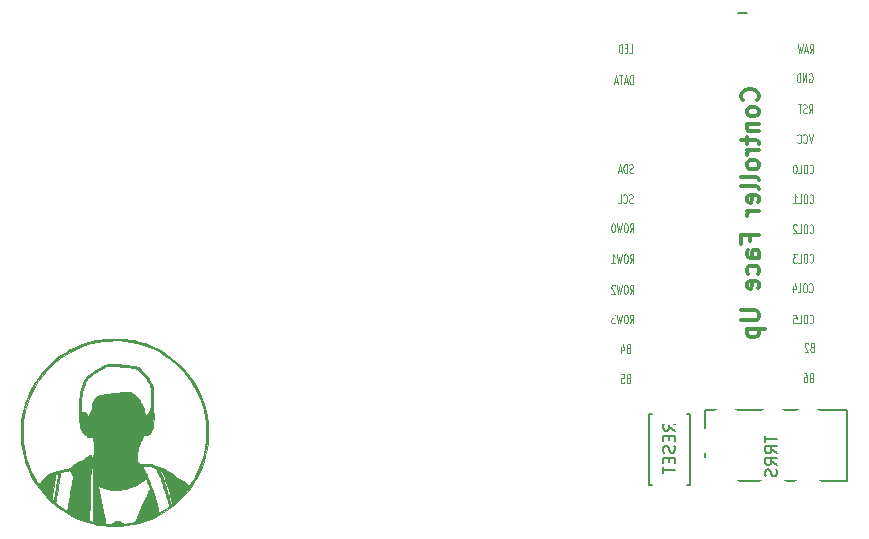
<source format=gbo>
G04 #@! TF.GenerationSoftware,KiCad,Pcbnew,(5.1.12-1-10_14)*
G04 #@! TF.CreationDate,2021-11-11T12:16:40-05:00*
G04 #@! TF.ProjectId,ferris-sweep-compact,66657272-6973-42d7-9377-6565702d636f,0.1*
G04 #@! TF.SameCoordinates,Original*
G04 #@! TF.FileFunction,Legend,Bot*
G04 #@! TF.FilePolarity,Positive*
%FSLAX46Y46*%
G04 Gerber Fmt 4.6, Leading zero omitted, Abs format (unit mm)*
G04 Created by KiCad (PCBNEW (5.1.12-1-10_14)) date 2021-11-11 12:16:40*
%MOMM*%
%LPD*%
G01*
G04 APERTURE LIST*
%ADD10C,0.300000*%
%ADD11C,0.010000*%
%ADD12C,0.150000*%
%ADD13C,0.125000*%
%ADD14C,1.390600*%
%ADD15C,2.432000*%
%ADD16C,3.829000*%
%ADD17C,2.101800*%
%ADD18C,1.924000*%
%ADD19C,2.400000*%
%ADD20C,1.600000*%
%ADD21O,2.900000X2.100000*%
G04 APERTURE END LIST*
D10*
X134393714Y-48086571D02*
X134465142Y-48015142D01*
X134536571Y-47800857D01*
X134536571Y-47658000D01*
X134465142Y-47443714D01*
X134322285Y-47300857D01*
X134179428Y-47229428D01*
X133893714Y-47158000D01*
X133679428Y-47158000D01*
X133393714Y-47229428D01*
X133250857Y-47300857D01*
X133108000Y-47443714D01*
X133036571Y-47658000D01*
X133036571Y-47800857D01*
X133108000Y-48015142D01*
X133179428Y-48086571D01*
X134536571Y-48943714D02*
X134465142Y-48800857D01*
X134393714Y-48729428D01*
X134250857Y-48658000D01*
X133822285Y-48658000D01*
X133679428Y-48729428D01*
X133608000Y-48800857D01*
X133536571Y-48943714D01*
X133536571Y-49158000D01*
X133608000Y-49300857D01*
X133679428Y-49372285D01*
X133822285Y-49443714D01*
X134250857Y-49443714D01*
X134393714Y-49372285D01*
X134465142Y-49300857D01*
X134536571Y-49158000D01*
X134536571Y-48943714D01*
X133536571Y-50086571D02*
X134536571Y-50086571D01*
X133679428Y-50086571D02*
X133608000Y-50158000D01*
X133536571Y-50300857D01*
X133536571Y-50515142D01*
X133608000Y-50658000D01*
X133750857Y-50729428D01*
X134536571Y-50729428D01*
X133536571Y-51229428D02*
X133536571Y-51800857D01*
X133036571Y-51443714D02*
X134322285Y-51443714D01*
X134465142Y-51515142D01*
X134536571Y-51658000D01*
X134536571Y-51800857D01*
X134536571Y-52300857D02*
X133536571Y-52300857D01*
X133822285Y-52300857D02*
X133679428Y-52372285D01*
X133608000Y-52443714D01*
X133536571Y-52586571D01*
X133536571Y-52729428D01*
X134536571Y-53443714D02*
X134465142Y-53300857D01*
X134393714Y-53229428D01*
X134250857Y-53158000D01*
X133822285Y-53158000D01*
X133679428Y-53229428D01*
X133608000Y-53300857D01*
X133536571Y-53443714D01*
X133536571Y-53658000D01*
X133608000Y-53800857D01*
X133679428Y-53872285D01*
X133822285Y-53943714D01*
X134250857Y-53943714D01*
X134393714Y-53872285D01*
X134465142Y-53800857D01*
X134536571Y-53658000D01*
X134536571Y-53443714D01*
X134536571Y-54800857D02*
X134465142Y-54658000D01*
X134322285Y-54586571D01*
X133036571Y-54586571D01*
X134536571Y-55586571D02*
X134465142Y-55443714D01*
X134322285Y-55372285D01*
X133036571Y-55372285D01*
X134465142Y-56729428D02*
X134536571Y-56586571D01*
X134536571Y-56300857D01*
X134465142Y-56158000D01*
X134322285Y-56086571D01*
X133750857Y-56086571D01*
X133608000Y-56158000D01*
X133536571Y-56300857D01*
X133536571Y-56586571D01*
X133608000Y-56729428D01*
X133750857Y-56800857D01*
X133893714Y-56800857D01*
X134036571Y-56086571D01*
X134536571Y-57443714D02*
X133536571Y-57443714D01*
X133822285Y-57443714D02*
X133679428Y-57515142D01*
X133608000Y-57586571D01*
X133536571Y-57729428D01*
X133536571Y-57872285D01*
X133750857Y-60015142D02*
X133750857Y-59515142D01*
X134536571Y-59515142D02*
X133036571Y-59515142D01*
X133036571Y-60229428D01*
X134536571Y-61443714D02*
X133750857Y-61443714D01*
X133608000Y-61372285D01*
X133536571Y-61229428D01*
X133536571Y-60943714D01*
X133608000Y-60800857D01*
X134465142Y-61443714D02*
X134536571Y-61300857D01*
X134536571Y-60943714D01*
X134465142Y-60800857D01*
X134322285Y-60729428D01*
X134179428Y-60729428D01*
X134036571Y-60800857D01*
X133965142Y-60943714D01*
X133965142Y-61300857D01*
X133893714Y-61443714D01*
X134465142Y-62800857D02*
X134536571Y-62658000D01*
X134536571Y-62372285D01*
X134465142Y-62229428D01*
X134393714Y-62158000D01*
X134250857Y-62086571D01*
X133822285Y-62086571D01*
X133679428Y-62158000D01*
X133608000Y-62229428D01*
X133536571Y-62372285D01*
X133536571Y-62658000D01*
X133608000Y-62800857D01*
X134465142Y-64015142D02*
X134536571Y-63872285D01*
X134536571Y-63586571D01*
X134465142Y-63443714D01*
X134322285Y-63372285D01*
X133750857Y-63372285D01*
X133608000Y-63443714D01*
X133536571Y-63586571D01*
X133536571Y-63872285D01*
X133608000Y-64015142D01*
X133750857Y-64086571D01*
X133893714Y-64086571D01*
X134036571Y-63372285D01*
X133036571Y-65872285D02*
X134250857Y-65872285D01*
X134393714Y-65943714D01*
X134465142Y-66015142D01*
X134536571Y-66158000D01*
X134536571Y-66443714D01*
X134465142Y-66586571D01*
X134393714Y-66658000D01*
X134250857Y-66729428D01*
X133036571Y-66729428D01*
X133536571Y-67443714D02*
X135036571Y-67443714D01*
X133608000Y-67443714D02*
X133536571Y-67586571D01*
X133536571Y-67872285D01*
X133608000Y-68015142D01*
X133679428Y-68086571D01*
X133822285Y-68158000D01*
X134250857Y-68158000D01*
X134393714Y-68086571D01*
X134465142Y-68015142D01*
X134536571Y-67872285D01*
X134536571Y-67586571D01*
X134465142Y-67443714D01*
D11*
G36*
X79814616Y-68273644D02*
G01*
X79428416Y-68287539D01*
X79070171Y-68314806D01*
X78730660Y-68356768D01*
X78400663Y-68414752D01*
X78070961Y-68490081D01*
X77806120Y-68562296D01*
X77270204Y-68737791D01*
X76752608Y-68947134D01*
X76254542Y-69189439D01*
X75777214Y-69463822D01*
X75321834Y-69769396D01*
X74889609Y-70105277D01*
X74481749Y-70470579D01*
X74099462Y-70864416D01*
X73743958Y-71285902D01*
X73416444Y-71734153D01*
X73358658Y-71820489D01*
X73076631Y-72277132D01*
X72830498Y-72739144D01*
X72618946Y-73210126D01*
X72440667Y-73693675D01*
X72294349Y-74193391D01*
X72178683Y-74712871D01*
X72092358Y-75255715D01*
X72084110Y-75320964D01*
X72069954Y-75467689D01*
X72059174Y-75644977D01*
X72051773Y-75844463D01*
X72047756Y-76057779D01*
X72047128Y-76276558D01*
X72049893Y-76492433D01*
X72056056Y-76697037D01*
X72065621Y-76882003D01*
X72078594Y-77038964D01*
X72083138Y-77079231D01*
X72138295Y-77470522D01*
X72206347Y-77837180D01*
X72290218Y-78192353D01*
X72392833Y-78549192D01*
X72448115Y-78720461D01*
X72640454Y-79236925D01*
X72866558Y-79735103D01*
X73124993Y-80213675D01*
X73414321Y-80671321D01*
X73733106Y-81106722D01*
X74079914Y-81518558D01*
X74453307Y-81905508D01*
X74851849Y-82266253D01*
X75274105Y-82599473D01*
X75718639Y-82903849D01*
X76184014Y-83178059D01*
X76668795Y-83420785D01*
X77171545Y-83630706D01*
X77690829Y-83806503D01*
X78103364Y-83918346D01*
X78539846Y-84010185D01*
X78991856Y-84078959D01*
X79448988Y-84123705D01*
X79900839Y-84143459D01*
X80337004Y-84137257D01*
X80420308Y-84132884D01*
X80975302Y-84080857D01*
X81520556Y-83991630D01*
X82054523Y-83866162D01*
X82575653Y-83705410D01*
X83082398Y-83510332D01*
X83573209Y-83281886D01*
X84046538Y-83021031D01*
X84500835Y-82728725D01*
X84837734Y-82477983D01*
X84591769Y-82477983D01*
X84396385Y-82613207D01*
X84318670Y-82665766D01*
X84229026Y-82724424D01*
X84133169Y-82785668D01*
X84036815Y-82845986D01*
X83945681Y-82901867D01*
X83865482Y-82949797D01*
X83801936Y-82986264D01*
X83760758Y-83007757D01*
X83747715Y-83011766D01*
X83741423Y-82991885D01*
X83727414Y-82940093D01*
X83707257Y-82862437D01*
X83682523Y-82764962D01*
X83655317Y-82655884D01*
X83496170Y-82058526D01*
X83315211Y-81466581D01*
X83138386Y-80954969D01*
X82960302Y-80954969D01*
X82952286Y-80986256D01*
X82930043Y-81046653D01*
X82896286Y-81130054D01*
X82853731Y-81230357D01*
X82805091Y-81341456D01*
X82753082Y-81457247D01*
X82700417Y-81571627D01*
X82649810Y-81678491D01*
X82603976Y-81771735D01*
X82565630Y-81845254D01*
X82559473Y-81856384D01*
X82508833Y-81948352D01*
X82461491Y-82038164D01*
X82415376Y-82130477D01*
X82368419Y-82229945D01*
X82318547Y-82341222D01*
X82263689Y-82468964D01*
X82201775Y-82617824D01*
X82130734Y-82792457D01*
X82048494Y-82997518D01*
X82020550Y-83067621D01*
X81732765Y-83790397D01*
X81667575Y-83804824D01*
X81565210Y-83825845D01*
X81436780Y-83849789D01*
X81294964Y-83874487D01*
X81152439Y-83897765D01*
X81021885Y-83917455D01*
X80961305Y-83925767D01*
X80750071Y-83953393D01*
X80623093Y-83857284D01*
X80533241Y-83790750D01*
X80464010Y-83745118D01*
X80405735Y-83716594D01*
X80348756Y-83701382D01*
X80283407Y-83695689D01*
X80211246Y-83695538D01*
X80100477Y-83703448D01*
X80009294Y-83726951D01*
X79926313Y-83771235D01*
X79840154Y-83841488D01*
X79795077Y-83885200D01*
X79707154Y-83973627D01*
X79475163Y-83966040D01*
X79384437Y-83962598D01*
X79309253Y-83958846D01*
X79257472Y-83955239D01*
X79236970Y-83952251D01*
X79231859Y-83932352D01*
X79219707Y-83877639D01*
X79201212Y-83791521D01*
X79177074Y-83677406D01*
X79147990Y-83538703D01*
X79114660Y-83378818D01*
X79077782Y-83201161D01*
X79038056Y-83009139D01*
X78996179Y-82806161D01*
X78952850Y-82595633D01*
X78908769Y-82380966D01*
X78864634Y-82165565D01*
X78821144Y-81952840D01*
X78778997Y-81746199D01*
X78738892Y-81549049D01*
X78701528Y-81364799D01*
X78667604Y-81196856D01*
X78637818Y-81048629D01*
X78612869Y-80923526D01*
X78593456Y-80824955D01*
X78580277Y-80756323D01*
X78574032Y-80721039D01*
X78573662Y-80716955D01*
X78592860Y-80721657D01*
X78636180Y-80740228D01*
X78679539Y-80761295D01*
X78785002Y-80809904D01*
X78912363Y-80861168D01*
X79050346Y-80911210D01*
X79187675Y-80956151D01*
X79313073Y-80992114D01*
X79415265Y-81015222D01*
X79420684Y-81016161D01*
X79546355Y-81034268D01*
X79697575Y-81051158D01*
X79860816Y-81065713D01*
X80022552Y-81076816D01*
X80169256Y-81083349D01*
X80249115Y-81084615D01*
X80349328Y-81080475D01*
X80462418Y-81067430D01*
X80592996Y-81044546D01*
X80745674Y-81010888D01*
X80925062Y-80965520D01*
X81135771Y-80907508D01*
X81168699Y-80898133D01*
X81357664Y-80841620D01*
X81519152Y-80786920D01*
X81664227Y-80729391D01*
X81803952Y-80664391D01*
X81949390Y-80587276D01*
X82058857Y-80524577D01*
X82217771Y-80428522D01*
X82344848Y-80344704D01*
X82444145Y-80269920D01*
X82519719Y-80200965D01*
X82575630Y-80134633D01*
X82600019Y-80097172D01*
X82610761Y-80087698D01*
X82624685Y-80096384D01*
X82644450Y-80127584D01*
X82672715Y-80185653D01*
X82712138Y-80274944D01*
X82720691Y-80294824D01*
X82772643Y-80418999D01*
X82822455Y-80543764D01*
X82867863Y-80662875D01*
X82906599Y-80770089D01*
X82936399Y-80859164D01*
X82954996Y-80923857D01*
X82960302Y-80954969D01*
X83138386Y-80954969D01*
X83109813Y-80872301D01*
X82877345Y-80267939D01*
X82746530Y-79953315D01*
X78193419Y-79953315D01*
X78192603Y-80122617D01*
X78190721Y-80318123D01*
X78187833Y-80541779D01*
X78183997Y-80795532D01*
X78179273Y-81081326D01*
X78173719Y-81401108D01*
X78167393Y-81756824D01*
X78163165Y-81993154D01*
X78158754Y-82240734D01*
X78154547Y-82478701D01*
X78150597Y-82703918D01*
X78146958Y-82913248D01*
X78143684Y-83103552D01*
X78140827Y-83271695D01*
X78138443Y-83414539D01*
X78136583Y-83528946D01*
X78135302Y-83611779D01*
X78134653Y-83659902D01*
X78134583Y-83668577D01*
X78130563Y-83722936D01*
X78120619Y-83756274D01*
X78113900Y-83761384D01*
X78085666Y-83756890D01*
X78031468Y-83745120D01*
X77964625Y-83729014D01*
X77835756Y-83696643D01*
X77848213Y-83352898D01*
X77850587Y-83282374D01*
X77853909Y-83176212D01*
X77858081Y-83037837D01*
X77863003Y-82870674D01*
X77868579Y-82678149D01*
X77874711Y-82463686D01*
X77881300Y-82230710D01*
X77888249Y-81982648D01*
X77895459Y-81722923D01*
X77902833Y-81454961D01*
X77910270Y-81182307D01*
X77917534Y-80917823D01*
X77924664Y-80664003D01*
X77931574Y-80423628D01*
X77938177Y-80199481D01*
X77944385Y-79994342D01*
X77945695Y-79952364D01*
X76453081Y-79952364D01*
X76286763Y-81021605D01*
X76253753Y-81232052D01*
X76220702Y-81439438D01*
X76188414Y-81638946D01*
X76157689Y-81825762D01*
X76129330Y-81995070D01*
X76104138Y-82142053D01*
X76082915Y-82261896D01*
X76066463Y-82349784D01*
X76061556Y-82374154D01*
X76038650Y-82484371D01*
X76016678Y-82590127D01*
X75997777Y-82681142D01*
X75984080Y-82747136D01*
X75981405Y-82760038D01*
X75967156Y-82816994D01*
X75953150Y-82854240D01*
X75945722Y-82862615D01*
X75925368Y-82852290D01*
X75878431Y-82823760D01*
X75810713Y-82780693D01*
X75728012Y-82726754D01*
X75669996Y-82688287D01*
X75575601Y-82623917D01*
X75473610Y-82551992D01*
X75369094Y-82476351D01*
X75267125Y-82400831D01*
X75172775Y-82329268D01*
X75091113Y-82265500D01*
X75027211Y-82213363D01*
X74986141Y-82176696D01*
X74973092Y-82160969D01*
X74975263Y-82138391D01*
X74984098Y-82082130D01*
X74998766Y-81996853D01*
X75018433Y-81887230D01*
X75042269Y-81757928D01*
X75069441Y-81613616D01*
X75087028Y-81521622D01*
X75121955Y-81332516D01*
X75159347Y-81117110D01*
X75197184Y-80887927D01*
X75233445Y-80657485D01*
X75266112Y-80438305D01*
X75292702Y-80246439D01*
X75313301Y-80091428D01*
X75332539Y-79949166D01*
X75349779Y-79824189D01*
X75364380Y-79721029D01*
X75369749Y-79684608D01*
X75203537Y-79684608D01*
X75200447Y-79731128D01*
X75191689Y-79811123D01*
X75178024Y-79919520D01*
X75160211Y-80051249D01*
X75139011Y-80201239D01*
X75115183Y-80364418D01*
X75089488Y-80535717D01*
X75062685Y-80710063D01*
X75035535Y-80882387D01*
X75008798Y-81047616D01*
X74983232Y-81200680D01*
X74959600Y-81336508D01*
X74939956Y-81443263D01*
X74912617Y-81587106D01*
X74887835Y-81718758D01*
X74866524Y-81833255D01*
X74849602Y-81925631D01*
X74837982Y-81990923D01*
X74832581Y-82024165D01*
X74832308Y-82027021D01*
X74819393Y-82025459D01*
X74785579Y-82002045D01*
X74739500Y-81963004D01*
X74690806Y-81919109D01*
X74655079Y-81887213D01*
X74640800Y-81874840D01*
X74642720Y-81855338D01*
X74651125Y-81802472D01*
X74665133Y-81721253D01*
X74683859Y-81616694D01*
X74706420Y-81493807D01*
X74731933Y-81357603D01*
X74732327Y-81355517D01*
X74763898Y-81181722D01*
X74797853Y-80982973D01*
X74831965Y-80773118D01*
X74864005Y-80566008D01*
X74891745Y-80375491D01*
X74901668Y-80303077D01*
X74920857Y-80162480D01*
X74939006Y-80034676D01*
X74955337Y-79924754D01*
X74969069Y-79837802D01*
X74979423Y-79778908D01*
X74985620Y-79753162D01*
X74985987Y-79752601D01*
X75014748Y-79734040D01*
X75062076Y-79713828D01*
X75116152Y-79695659D01*
X75165161Y-79683225D01*
X75197283Y-79680221D01*
X75203537Y-79684608D01*
X75369749Y-79684608D01*
X75375703Y-79644222D01*
X75383110Y-79598302D01*
X75385684Y-79586880D01*
X75407562Y-79579696D01*
X75460649Y-79567100D01*
X75538281Y-79550370D01*
X75633795Y-79530785D01*
X75740525Y-79509621D01*
X75851808Y-79488157D01*
X75960980Y-79467672D01*
X76061377Y-79449443D01*
X76146335Y-79434747D01*
X76209190Y-79424864D01*
X76243277Y-79421071D01*
X76247423Y-79421618D01*
X76256701Y-79443279D01*
X76277148Y-79494574D01*
X76306058Y-79568609D01*
X76340724Y-79658488D01*
X76353936Y-79692990D01*
X76453081Y-79952364D01*
X77945695Y-79952364D01*
X77950111Y-79810993D01*
X77955269Y-79652216D01*
X77959770Y-79520792D01*
X77963528Y-79419502D01*
X77966456Y-79351128D01*
X77968466Y-79318452D01*
X77968763Y-79316384D01*
X77986842Y-79262345D01*
X78015130Y-79241223D01*
X78064225Y-79246865D01*
X78080395Y-79251552D01*
X78098769Y-79257282D01*
X78115314Y-79263919D01*
X78130089Y-79273409D01*
X78143154Y-79287698D01*
X78154565Y-79308731D01*
X78164383Y-79338455D01*
X78172666Y-79378815D01*
X78179473Y-79431757D01*
X78184862Y-79499228D01*
X78188893Y-79583173D01*
X78191623Y-79685539D01*
X78193113Y-79808271D01*
X78193419Y-79953315D01*
X82746530Y-79953315D01*
X82701365Y-79844691D01*
X82635124Y-79689723D01*
X82573217Y-79544638D01*
X82517452Y-79413696D01*
X82469640Y-79301157D01*
X82431590Y-79211281D01*
X82405112Y-79148328D01*
X82392015Y-79116558D01*
X82391463Y-79115135D01*
X82382590Y-79086236D01*
X82391474Y-79075238D01*
X82426513Y-79077716D01*
X82453961Y-79082202D01*
X82513642Y-79085712D01*
X82594572Y-79082110D01*
X82679730Y-79072185D01*
X82683719Y-79071549D01*
X82762573Y-79060805D01*
X82831870Y-79057397D01*
X82906025Y-79061645D01*
X82999455Y-79073868D01*
X83034630Y-79079334D01*
X83150796Y-79100029D01*
X83238251Y-79122641D01*
X83307267Y-79151792D01*
X83368117Y-79192109D01*
X83431072Y-79248216D01*
X83448951Y-79265859D01*
X83499177Y-79327422D01*
X83559043Y-79419160D01*
X83625107Y-79534426D01*
X83693930Y-79666572D01*
X83762071Y-79808953D01*
X83826090Y-79954920D01*
X83882545Y-80097827D01*
X83889740Y-80117461D01*
X83944830Y-80272487D01*
X84004066Y-80444695D01*
X84066206Y-80630035D01*
X84130006Y-80824457D01*
X84194224Y-81023909D01*
X84257618Y-81224343D01*
X84318945Y-81421707D01*
X84376963Y-81611952D01*
X84430428Y-81791026D01*
X84478099Y-81954880D01*
X84518732Y-82099463D01*
X84551085Y-82220725D01*
X84573917Y-82314615D01*
X84585983Y-82377084D01*
X84587493Y-82391876D01*
X84591769Y-82477983D01*
X84837734Y-82477983D01*
X84934552Y-82405925D01*
X85121645Y-82245765D01*
X84874016Y-82245765D01*
X84832064Y-82290421D01*
X84795996Y-82321931D01*
X84768097Y-82335077D01*
X84768056Y-82335077D01*
X84754550Y-82317316D01*
X84735789Y-82269437D01*
X84714641Y-82199543D01*
X84700600Y-82144577D01*
X84639533Y-81905573D01*
X84562580Y-81634574D01*
X84469374Y-81330318D01*
X84406207Y-81133461D01*
X84360066Y-80990366D01*
X84308910Y-80829391D01*
X84257685Y-80666237D01*
X84211334Y-80516605D01*
X84191491Y-80451629D01*
X84137173Y-80287035D01*
X84068594Y-80101410D01*
X83990563Y-79906344D01*
X83907895Y-79713427D01*
X83825401Y-79534249D01*
X83747893Y-79380400D01*
X83742731Y-79370791D01*
X83687722Y-79268890D01*
X83758746Y-79298470D01*
X83877162Y-79361555D01*
X83964940Y-79441138D01*
X84000599Y-79490607D01*
X84044752Y-79572641D01*
X84096959Y-79688573D01*
X84155896Y-79834366D01*
X84220240Y-80005983D01*
X84288668Y-80199386D01*
X84359857Y-80410537D01*
X84432484Y-80635400D01*
X84505225Y-80869938D01*
X84576758Y-81110112D01*
X84645759Y-81351886D01*
X84710905Y-81591223D01*
X84770873Y-81824085D01*
X84787708Y-81892287D01*
X84874016Y-82245765D01*
X85121645Y-82245765D01*
X85346140Y-82053589D01*
X85734051Y-81672676D01*
X86096736Y-81264143D01*
X86432647Y-80828948D01*
X86740234Y-80368050D01*
X86876794Y-80138957D01*
X87131745Y-79655927D01*
X87351237Y-79158223D01*
X87535101Y-78647952D01*
X87683171Y-78127217D01*
X87795278Y-77598125D01*
X87871255Y-77062779D01*
X87910933Y-76523285D01*
X87912851Y-76200000D01*
X87755730Y-76200000D01*
X87751517Y-76531330D01*
X87737677Y-76834922D01*
X87712956Y-77121208D01*
X87676098Y-77400620D01*
X87625848Y-77683590D01*
X87560951Y-77980550D01*
X87522543Y-78137833D01*
X87406366Y-78543510D01*
X87261341Y-78956339D01*
X87091351Y-79367753D01*
X86900281Y-79769182D01*
X86692016Y-80152058D01*
X86470441Y-80507812D01*
X86403931Y-80605140D01*
X86301322Y-80752033D01*
X86101084Y-80549805D01*
X86007674Y-80458025D01*
X85931964Y-80390283D01*
X85866554Y-80340664D01*
X85804046Y-80303256D01*
X85773846Y-80288343D01*
X85588949Y-80201551D01*
X85436348Y-80128547D01*
X85312542Y-80067445D01*
X85214030Y-80016363D01*
X85137312Y-79973414D01*
X85078886Y-79936716D01*
X85035253Y-79904383D01*
X85002910Y-79874531D01*
X85000692Y-79872180D01*
X84899676Y-79768444D01*
X84802191Y-79679330D01*
X84700612Y-79599404D01*
X84587309Y-79523236D01*
X84454656Y-79445390D01*
X84295025Y-79360435D01*
X84249846Y-79337367D01*
X83990246Y-79213699D01*
X83737811Y-79109144D01*
X83496122Y-79024653D01*
X83268756Y-78961176D01*
X83059292Y-78919666D01*
X82871309Y-78901073D01*
X82708385Y-78906349D01*
X82657462Y-78914102D01*
X82600709Y-78922862D01*
X82545367Y-78925691D01*
X82481343Y-78922048D01*
X82398545Y-78911393D01*
X82296000Y-78894741D01*
X82200642Y-78877780D01*
X82117800Y-78861719D01*
X82055937Y-78848290D01*
X82023518Y-78839227D01*
X82022462Y-78838749D01*
X81996038Y-78813969D01*
X81962454Y-78767531D01*
X81946450Y-78740791D01*
X81929788Y-78708979D01*
X81917620Y-78677654D01*
X81909228Y-78640165D01*
X81903890Y-78589863D01*
X81900885Y-78520098D01*
X81899494Y-78424221D01*
X81899011Y-78302951D01*
X81899835Y-78152951D01*
X81903521Y-78031165D01*
X81910847Y-77926785D01*
X81922591Y-77829003D01*
X81939531Y-77727013D01*
X81941070Y-77718694D01*
X81956508Y-77637483D01*
X81970882Y-77569253D01*
X81986474Y-77507338D01*
X82005566Y-77445072D01*
X82030443Y-77375787D01*
X82063386Y-77292818D01*
X82106679Y-77189499D01*
X82162604Y-77059161D01*
X82183459Y-77010846D01*
X82231568Y-76898581D01*
X82278985Y-76786375D01*
X82321369Y-76684611D01*
X82354375Y-76603671D01*
X82364874Y-76577160D01*
X82393890Y-76506225D01*
X82414999Y-76466135D01*
X82432736Y-76450694D01*
X82451638Y-76453705D01*
X82454261Y-76455045D01*
X82502251Y-76467699D01*
X82575085Y-76472379D01*
X82659353Y-76469087D01*
X82741645Y-76457826D01*
X82755154Y-76454967D01*
X82803043Y-76438102D01*
X82851979Y-76405988D01*
X82910265Y-76352396D01*
X82955813Y-76304489D01*
X83022763Y-76228558D01*
X83074085Y-76160026D01*
X83114444Y-76089516D01*
X83148503Y-76007650D01*
X83180924Y-75905051D01*
X83212022Y-75789321D01*
X83253470Y-75591025D01*
X83284423Y-75362098D01*
X83304147Y-75109748D01*
X83311908Y-74841183D01*
X83312000Y-74808085D01*
X83311022Y-74703494D01*
X83307248Y-74628561D01*
X83299423Y-74573901D01*
X83286290Y-74530125D01*
X83270030Y-74494491D01*
X83256518Y-74466608D01*
X83246526Y-74439388D01*
X83239789Y-74407156D01*
X83236040Y-74364239D01*
X83235015Y-74304963D01*
X83236447Y-74223653D01*
X83240071Y-74114637D01*
X83245607Y-73972615D01*
X83250669Y-73820589D01*
X83254970Y-73642345D01*
X83258301Y-73450739D01*
X83260455Y-73258625D01*
X83261223Y-73078860D01*
X83261172Y-73051659D01*
X83108745Y-73051659D01*
X83107597Y-73149993D01*
X83103458Y-73269382D01*
X83097230Y-73405585D01*
X83089177Y-73552523D01*
X83079064Y-73707262D01*
X83067770Y-73858050D01*
X83056175Y-73993137D01*
X83045293Y-74099606D01*
X83031843Y-74210425D01*
X83020293Y-74288816D01*
X83009075Y-74341272D01*
X82996619Y-74374290D01*
X82981356Y-74394362D01*
X82972349Y-74401458D01*
X82939430Y-74427740D01*
X82887937Y-74472949D01*
X82827285Y-74528745D01*
X82806922Y-74548005D01*
X82721511Y-74635315D01*
X82662913Y-74710956D01*
X82624809Y-74783981D01*
X82608633Y-74832181D01*
X82600149Y-74853440D01*
X82592803Y-74845056D01*
X82584764Y-74803211D01*
X82580601Y-74773692D01*
X82553124Y-74621796D01*
X82510248Y-74450791D01*
X82455061Y-74269008D01*
X82390649Y-74084776D01*
X82320100Y-73906424D01*
X82246500Y-73742282D01*
X82172937Y-73600681D01*
X82107278Y-73496544D01*
X82049367Y-73421805D01*
X81974119Y-73333419D01*
X81888286Y-73238463D01*
X81798622Y-73144016D01*
X81711882Y-73057154D01*
X81634819Y-72984955D01*
X81574187Y-72934497D01*
X81563975Y-72927189D01*
X81442892Y-72859407D01*
X81296973Y-72802335D01*
X81140094Y-72761338D01*
X81130277Y-72759439D01*
X81057253Y-72751198D01*
X80970745Y-72753211D01*
X80859710Y-72765842D01*
X80837200Y-72769132D01*
X80741573Y-72783187D01*
X80648288Y-72796437D01*
X80572141Y-72806798D01*
X80547308Y-72809975D01*
X80485606Y-72818973D01*
X80399275Y-72833352D01*
X80301995Y-72850779D01*
X80244462Y-72861649D01*
X80149748Y-72876899D01*
X80029210Y-72891819D01*
X79896086Y-72905001D01*
X79763614Y-72915040D01*
X79716923Y-72917701D01*
X79570927Y-72927440D01*
X79416557Y-72941775D01*
X79260376Y-72959725D01*
X79108948Y-72980309D01*
X78968833Y-73002548D01*
X78846596Y-73025461D01*
X78748798Y-73048067D01*
X78682003Y-73069386D01*
X78672184Y-73073775D01*
X78613936Y-73108062D01*
X78536032Y-73164242D01*
X78436155Y-73244115D01*
X78311988Y-73349484D01*
X78265432Y-73390031D01*
X78210567Y-73450298D01*
X78169500Y-73526177D01*
X78139342Y-73625052D01*
X78117199Y-73754305D01*
X78114583Y-73775170D01*
X78096925Y-73921544D01*
X78082654Y-74035784D01*
X78070091Y-74124503D01*
X78057559Y-74194314D01*
X78043379Y-74251829D01*
X78025872Y-74303663D01*
X78003361Y-74356429D01*
X77974166Y-74416738D01*
X77936610Y-74491205D01*
X77929054Y-74506183D01*
X77877711Y-74609826D01*
X77842197Y-74687154D01*
X77819693Y-74746190D01*
X77807382Y-74794962D01*
X77802446Y-74841495D01*
X77801855Y-74868448D01*
X77799643Y-74930237D01*
X77793032Y-74955744D01*
X77782616Y-74949538D01*
X77765759Y-74910299D01*
X77763376Y-74894925D01*
X77751919Y-74864153D01*
X77722060Y-74811865D01*
X77679965Y-74746935D01*
X77631798Y-74678238D01*
X77583724Y-74614647D01*
X77541907Y-74565035D01*
X77518511Y-74542458D01*
X77450721Y-74502410D01*
X77364848Y-74469397D01*
X77277611Y-74448628D01*
X77206380Y-74445229D01*
X77140673Y-74452900D01*
X77126781Y-74286123D01*
X77118893Y-74085885D01*
X77125535Y-73850407D01*
X77146616Y-73580683D01*
X77182043Y-73277712D01*
X77231725Y-72942488D01*
X77274277Y-72692846D01*
X77301966Y-72569422D01*
X77342881Y-72428309D01*
X77393695Y-72277997D01*
X77451081Y-72126975D01*
X77511712Y-71983733D01*
X77572260Y-71856760D01*
X77629399Y-71754545D01*
X77659300Y-71710438D01*
X77689343Y-71677796D01*
X77743964Y-71625600D01*
X77817469Y-71559006D01*
X77904167Y-71483173D01*
X77998364Y-71403258D01*
X77998540Y-71403111D01*
X78122355Y-71301700D01*
X78225949Y-71221927D01*
X78317208Y-71158278D01*
X78404015Y-71105242D01*
X78490434Y-71059219D01*
X78586372Y-71008747D01*
X78683469Y-70953702D01*
X78767934Y-70902081D01*
X78809475Y-70874191D01*
X78879700Y-70828506D01*
X78971081Y-70775126D01*
X79069108Y-70722333D01*
X79121666Y-70696031D01*
X79206259Y-70655688D01*
X79269802Y-70628731D01*
X79324800Y-70612160D01*
X79383753Y-70602970D01*
X79459167Y-70598160D01*
X79540653Y-70595422D01*
X79683119Y-70594586D01*
X79857929Y-70599239D01*
X80058814Y-70608853D01*
X80279505Y-70622901D01*
X80513735Y-70640855D01*
X80755235Y-70662187D01*
X80997738Y-70686368D01*
X81234976Y-70712871D01*
X81460681Y-70741168D01*
X81668584Y-70770731D01*
X81723248Y-70779243D01*
X81796592Y-70804654D01*
X81886364Y-70857903D01*
X81986777Y-70934684D01*
X82092040Y-71030688D01*
X82169329Y-71111215D01*
X82248285Y-71194260D01*
X82336496Y-71280878D01*
X82420564Y-71358150D01*
X82462188Y-71393629D01*
X82521011Y-71443512D01*
X82570909Y-71491379D01*
X82616394Y-71543377D01*
X82661975Y-71605652D01*
X82712161Y-71684352D01*
X82771462Y-71785623D01*
X82841999Y-71911307D01*
X82906119Y-72031728D01*
X82955922Y-72139175D01*
X82994451Y-72243549D01*
X83024746Y-72354753D01*
X83049848Y-72482686D01*
X83072797Y-72637251D01*
X83078633Y-72681831D01*
X83091848Y-72789465D01*
X83101111Y-72880747D01*
X83106663Y-72965027D01*
X83108745Y-73051659D01*
X83261172Y-73051659D01*
X83261103Y-73015231D01*
X83259902Y-72836151D01*
X83257062Y-72689783D01*
X83251381Y-72569761D01*
X83241657Y-72469721D01*
X83226689Y-72383300D01*
X83205275Y-72304133D01*
X83176212Y-72225857D01*
X83138299Y-72142108D01*
X83090333Y-72046522D01*
X83071151Y-72009483D01*
X83022132Y-71913305D01*
X82976659Y-71820645D01*
X82939528Y-71741495D01*
X82915533Y-71685850D01*
X82914073Y-71682050D01*
X82872715Y-71596889D01*
X82810711Y-71510074D01*
X82723805Y-71416645D01*
X82607744Y-71311644D01*
X82566906Y-71277395D01*
X82487541Y-71207374D01*
X82410539Y-71131876D01*
X82346875Y-71062008D01*
X82318897Y-71026366D01*
X82214444Y-70891064D01*
X82113804Y-70788285D01*
X82009302Y-70713201D01*
X81893263Y-70660986D01*
X81758014Y-70626813D01*
X81661000Y-70612551D01*
X81487266Y-70589939D01*
X81291363Y-70560774D01*
X81089152Y-70527502D01*
X80957616Y-70504053D01*
X80879269Y-70492523D01*
X80772304Y-70480896D01*
X80647162Y-70470094D01*
X80514290Y-70461041D01*
X80410539Y-70455723D01*
X80280900Y-70449253D01*
X80152568Y-70441201D01*
X80035417Y-70432306D01*
X79939322Y-70423305D01*
X79883000Y-70416336D01*
X79657214Y-70400065D01*
X79436508Y-70420517D01*
X79218653Y-70478259D01*
X79001416Y-70573857D01*
X78810935Y-70688433D01*
X78721213Y-70744976D01*
X78620432Y-70802417D01*
X78528370Y-70849561D01*
X78516519Y-70855060D01*
X78441169Y-70890900D01*
X78372209Y-70927773D01*
X78303638Y-70969828D01*
X78229454Y-71021212D01*
X78143658Y-71086073D01*
X78040249Y-71168560D01*
X77918625Y-71268354D01*
X77790557Y-71375335D01*
X77688155Y-71464956D01*
X77606365Y-71544007D01*
X77540133Y-71619279D01*
X77484407Y-71697564D01*
X77434131Y-71785652D01*
X77384252Y-71890335D01*
X77329717Y-72018403D01*
X77292471Y-72109756D01*
X77252271Y-72210530D01*
X77218996Y-72298697D01*
X77191126Y-72380542D01*
X77167138Y-72462350D01*
X77145512Y-72550404D01*
X77124728Y-72650990D01*
X77103263Y-72770393D01*
X77079597Y-72914896D01*
X77052208Y-73090785D01*
X77047313Y-73122692D01*
X77027406Y-73255110D01*
X77011459Y-73369165D01*
X76998868Y-73472486D01*
X76989031Y-73572705D01*
X76981343Y-73677453D01*
X76975203Y-73794358D01*
X76970006Y-73931053D01*
X76965149Y-74095168D01*
X76962521Y-74195303D01*
X76959040Y-74357405D01*
X76956871Y-74515578D01*
X76956014Y-74663258D01*
X76956466Y-74793884D01*
X76958226Y-74900893D01*
X76961293Y-74977722D01*
X76962686Y-74996380D01*
X76977604Y-75131161D01*
X76998468Y-75278336D01*
X77023400Y-75427360D01*
X77050520Y-75567688D01*
X77077949Y-75688775D01*
X77100566Y-75770154D01*
X77161027Y-75926521D01*
X77240518Y-76081792D01*
X77333906Y-76228796D01*
X77436060Y-76360359D01*
X77541848Y-76469311D01*
X77646137Y-76548479D01*
X77665500Y-76559638D01*
X77731693Y-76592121D01*
X77785493Y-76606440D01*
X77846552Y-76606797D01*
X77874390Y-76604286D01*
X77944110Y-76592394D01*
X78004399Y-76574181D01*
X78027672Y-76562717D01*
X78049178Y-76549338D01*
X78066191Y-76544734D01*
X78081646Y-76553590D01*
X78098479Y-76580596D01*
X78119622Y-76630436D01*
X78148012Y-76707799D01*
X78185912Y-76815461D01*
X78261308Y-77030384D01*
X78260984Y-77421154D01*
X78260289Y-77564577D01*
X78257915Y-77679085D01*
X78253026Y-77774826D01*
X78244789Y-77861952D01*
X78232370Y-77950614D01*
X78214934Y-78050962D01*
X78204779Y-78105000D01*
X78184201Y-78210122D01*
X78164850Y-78303914D01*
X78148410Y-78378566D01*
X78136569Y-78426266D01*
X78133071Y-78437154D01*
X78117246Y-78476231D01*
X78115899Y-78437154D01*
X78102352Y-78352021D01*
X78071120Y-78270902D01*
X78027570Y-78201390D01*
X77977065Y-78151077D01*
X77924970Y-78127556D01*
X77897961Y-78128694D01*
X77837116Y-78153740D01*
X77758004Y-78200155D01*
X77669922Y-78261615D01*
X77582169Y-78331791D01*
X77529126Y-78379642D01*
X77484082Y-78420582D01*
X77440090Y-78454417D01*
X77389727Y-78485152D01*
X77325567Y-78516792D01*
X77240186Y-78553342D01*
X77126160Y-78598806D01*
X77114038Y-78603551D01*
X76981649Y-78656934D01*
X76876426Y-78703753D01*
X76788269Y-78749195D01*
X76707074Y-78798448D01*
X76626977Y-78853643D01*
X76505672Y-78943389D01*
X76415156Y-79016349D01*
X76352460Y-79075423D01*
X76314618Y-79123509D01*
X76298662Y-79163508D01*
X76297693Y-79175273D01*
X76294361Y-79205470D01*
X76279178Y-79225559D01*
X76244357Y-79239669D01*
X76182114Y-79251931D01*
X76141385Y-79258199D01*
X76040322Y-79275564D01*
X75911716Y-79301215D01*
X75764463Y-79333047D01*
X75607462Y-79368954D01*
X75449608Y-79406830D01*
X75299800Y-79444571D01*
X75166933Y-79480071D01*
X75059906Y-79511224D01*
X75025543Y-79522257D01*
X74830922Y-79593030D01*
X74640033Y-79673131D01*
X74462925Y-79757916D01*
X74309647Y-79842746D01*
X74250003Y-79880441D01*
X74119561Y-79981005D01*
X73981686Y-80114600D01*
X73834665Y-80282958D01*
X73762728Y-80373542D01*
X73688272Y-80467800D01*
X73632615Y-80533103D01*
X73592455Y-80572725D01*
X73564492Y-80589937D01*
X73545982Y-80588370D01*
X73522994Y-80563185D01*
X73484640Y-80508746D01*
X73433993Y-80430251D01*
X73374128Y-80332898D01*
X73308119Y-80221883D01*
X73239040Y-80102406D01*
X73169966Y-79979663D01*
X73103970Y-79858852D01*
X73044128Y-79745171D01*
X73024765Y-79707154D01*
X72820022Y-79270696D01*
X72646220Y-78833274D01*
X72501307Y-78388087D01*
X72383228Y-77928339D01*
X72289933Y-77447229D01*
X72240135Y-77108538D01*
X72229379Y-77016976D01*
X72220933Y-76922985D01*
X72214568Y-76820529D01*
X72210055Y-76703572D01*
X72207167Y-76566078D01*
X72205675Y-76402011D01*
X72205349Y-76205336D01*
X72205364Y-76190231D01*
X72206298Y-75974547D01*
X72208966Y-75790349D01*
X72213960Y-75630064D01*
X72221876Y-75486117D01*
X72233308Y-75350934D01*
X72248850Y-75216942D01*
X72269095Y-75076565D01*
X72294638Y-74922231D01*
X72312944Y-74818724D01*
X72428116Y-74286972D01*
X72579263Y-73768383D01*
X72765074Y-73264476D01*
X72984242Y-72776770D01*
X73235457Y-72306783D01*
X73517411Y-71856035D01*
X73828794Y-71426044D01*
X74168297Y-71018329D01*
X74534612Y-70634410D01*
X74926429Y-70275805D01*
X75342440Y-69944032D01*
X75781335Y-69640612D01*
X76241806Y-69367062D01*
X76722544Y-69124902D01*
X77222239Y-68915650D01*
X77479532Y-68823588D01*
X77976609Y-68673711D01*
X78478231Y-68558959D01*
X78988103Y-68478816D01*
X79509930Y-68432765D01*
X80047418Y-68420290D01*
X80327246Y-68426632D01*
X80863272Y-68465780D01*
X81389952Y-68541950D01*
X81905859Y-68653899D01*
X82409563Y-68800382D01*
X82899637Y-68980155D01*
X83374652Y-69191974D01*
X83833179Y-69434596D01*
X84273789Y-69706775D01*
X84695055Y-70007268D01*
X85095547Y-70334831D01*
X85473837Y-70688219D01*
X85828497Y-71066189D01*
X86158097Y-71467496D01*
X86461210Y-71890897D01*
X86736406Y-72335147D01*
X86982258Y-72799002D01*
X87197336Y-73281218D01*
X87380212Y-73780550D01*
X87529458Y-74295756D01*
X87637775Y-74793231D01*
X87672870Y-74993628D01*
X87700601Y-75175653D01*
X87721733Y-75348437D01*
X87737032Y-75521112D01*
X87747264Y-75702812D01*
X87753194Y-75902666D01*
X87755589Y-76129809D01*
X87755730Y-76200000D01*
X87912851Y-76200000D01*
X87914147Y-75981747D01*
X87880726Y-75440271D01*
X87810505Y-74900962D01*
X87703316Y-74365924D01*
X87558989Y-73837262D01*
X87412848Y-73410086D01*
X87203432Y-72905541D01*
X86960503Y-72419263D01*
X86685657Y-71952673D01*
X86380491Y-71507189D01*
X86046601Y-71084230D01*
X85685584Y-70685215D01*
X85299036Y-70311562D01*
X84888553Y-69964691D01*
X84455731Y-69646021D01*
X84002168Y-69356970D01*
X83529459Y-69098957D01*
X83039201Y-68873402D01*
X82532990Y-68681722D01*
X82012423Y-68525338D01*
X81879190Y-68491672D01*
X81543660Y-68416215D01*
X81223734Y-68357749D01*
X80909257Y-68315200D01*
X80590074Y-68287496D01*
X80256030Y-68273566D01*
X79896970Y-68272335D01*
X79814616Y-68273644D01*
G37*
X79814616Y-68273644D02*
X79428416Y-68287539D01*
X79070171Y-68314806D01*
X78730660Y-68356768D01*
X78400663Y-68414752D01*
X78070961Y-68490081D01*
X77806120Y-68562296D01*
X77270204Y-68737791D01*
X76752608Y-68947134D01*
X76254542Y-69189439D01*
X75777214Y-69463822D01*
X75321834Y-69769396D01*
X74889609Y-70105277D01*
X74481749Y-70470579D01*
X74099462Y-70864416D01*
X73743958Y-71285902D01*
X73416444Y-71734153D01*
X73358658Y-71820489D01*
X73076631Y-72277132D01*
X72830498Y-72739144D01*
X72618946Y-73210126D01*
X72440667Y-73693675D01*
X72294349Y-74193391D01*
X72178683Y-74712871D01*
X72092358Y-75255715D01*
X72084110Y-75320964D01*
X72069954Y-75467689D01*
X72059174Y-75644977D01*
X72051773Y-75844463D01*
X72047756Y-76057779D01*
X72047128Y-76276558D01*
X72049893Y-76492433D01*
X72056056Y-76697037D01*
X72065621Y-76882003D01*
X72078594Y-77038964D01*
X72083138Y-77079231D01*
X72138295Y-77470522D01*
X72206347Y-77837180D01*
X72290218Y-78192353D01*
X72392833Y-78549192D01*
X72448115Y-78720461D01*
X72640454Y-79236925D01*
X72866558Y-79735103D01*
X73124993Y-80213675D01*
X73414321Y-80671321D01*
X73733106Y-81106722D01*
X74079914Y-81518558D01*
X74453307Y-81905508D01*
X74851849Y-82266253D01*
X75274105Y-82599473D01*
X75718639Y-82903849D01*
X76184014Y-83178059D01*
X76668795Y-83420785D01*
X77171545Y-83630706D01*
X77690829Y-83806503D01*
X78103364Y-83918346D01*
X78539846Y-84010185D01*
X78991856Y-84078959D01*
X79448988Y-84123705D01*
X79900839Y-84143459D01*
X80337004Y-84137257D01*
X80420308Y-84132884D01*
X80975302Y-84080857D01*
X81520556Y-83991630D01*
X82054523Y-83866162D01*
X82575653Y-83705410D01*
X83082398Y-83510332D01*
X83573209Y-83281886D01*
X84046538Y-83021031D01*
X84500835Y-82728725D01*
X84837734Y-82477983D01*
X84591769Y-82477983D01*
X84396385Y-82613207D01*
X84318670Y-82665766D01*
X84229026Y-82724424D01*
X84133169Y-82785668D01*
X84036815Y-82845986D01*
X83945681Y-82901867D01*
X83865482Y-82949797D01*
X83801936Y-82986264D01*
X83760758Y-83007757D01*
X83747715Y-83011766D01*
X83741423Y-82991885D01*
X83727414Y-82940093D01*
X83707257Y-82862437D01*
X83682523Y-82764962D01*
X83655317Y-82655884D01*
X83496170Y-82058526D01*
X83315211Y-81466581D01*
X83138386Y-80954969D01*
X82960302Y-80954969D01*
X82952286Y-80986256D01*
X82930043Y-81046653D01*
X82896286Y-81130054D01*
X82853731Y-81230357D01*
X82805091Y-81341456D01*
X82753082Y-81457247D01*
X82700417Y-81571627D01*
X82649810Y-81678491D01*
X82603976Y-81771735D01*
X82565630Y-81845254D01*
X82559473Y-81856384D01*
X82508833Y-81948352D01*
X82461491Y-82038164D01*
X82415376Y-82130477D01*
X82368419Y-82229945D01*
X82318547Y-82341222D01*
X82263689Y-82468964D01*
X82201775Y-82617824D01*
X82130734Y-82792457D01*
X82048494Y-82997518D01*
X82020550Y-83067621D01*
X81732765Y-83790397D01*
X81667575Y-83804824D01*
X81565210Y-83825845D01*
X81436780Y-83849789D01*
X81294964Y-83874487D01*
X81152439Y-83897765D01*
X81021885Y-83917455D01*
X80961305Y-83925767D01*
X80750071Y-83953393D01*
X80623093Y-83857284D01*
X80533241Y-83790750D01*
X80464010Y-83745118D01*
X80405735Y-83716594D01*
X80348756Y-83701382D01*
X80283407Y-83695689D01*
X80211246Y-83695538D01*
X80100477Y-83703448D01*
X80009294Y-83726951D01*
X79926313Y-83771235D01*
X79840154Y-83841488D01*
X79795077Y-83885200D01*
X79707154Y-83973627D01*
X79475163Y-83966040D01*
X79384437Y-83962598D01*
X79309253Y-83958846D01*
X79257472Y-83955239D01*
X79236970Y-83952251D01*
X79231859Y-83932352D01*
X79219707Y-83877639D01*
X79201212Y-83791521D01*
X79177074Y-83677406D01*
X79147990Y-83538703D01*
X79114660Y-83378818D01*
X79077782Y-83201161D01*
X79038056Y-83009139D01*
X78996179Y-82806161D01*
X78952850Y-82595633D01*
X78908769Y-82380966D01*
X78864634Y-82165565D01*
X78821144Y-81952840D01*
X78778997Y-81746199D01*
X78738892Y-81549049D01*
X78701528Y-81364799D01*
X78667604Y-81196856D01*
X78637818Y-81048629D01*
X78612869Y-80923526D01*
X78593456Y-80824955D01*
X78580277Y-80756323D01*
X78574032Y-80721039D01*
X78573662Y-80716955D01*
X78592860Y-80721657D01*
X78636180Y-80740228D01*
X78679539Y-80761295D01*
X78785002Y-80809904D01*
X78912363Y-80861168D01*
X79050346Y-80911210D01*
X79187675Y-80956151D01*
X79313073Y-80992114D01*
X79415265Y-81015222D01*
X79420684Y-81016161D01*
X79546355Y-81034268D01*
X79697575Y-81051158D01*
X79860816Y-81065713D01*
X80022552Y-81076816D01*
X80169256Y-81083349D01*
X80249115Y-81084615D01*
X80349328Y-81080475D01*
X80462418Y-81067430D01*
X80592996Y-81044546D01*
X80745674Y-81010888D01*
X80925062Y-80965520D01*
X81135771Y-80907508D01*
X81168699Y-80898133D01*
X81357664Y-80841620D01*
X81519152Y-80786920D01*
X81664227Y-80729391D01*
X81803952Y-80664391D01*
X81949390Y-80587276D01*
X82058857Y-80524577D01*
X82217771Y-80428522D01*
X82344848Y-80344704D01*
X82444145Y-80269920D01*
X82519719Y-80200965D01*
X82575630Y-80134633D01*
X82600019Y-80097172D01*
X82610761Y-80087698D01*
X82624685Y-80096384D01*
X82644450Y-80127584D01*
X82672715Y-80185653D01*
X82712138Y-80274944D01*
X82720691Y-80294824D01*
X82772643Y-80418999D01*
X82822455Y-80543764D01*
X82867863Y-80662875D01*
X82906599Y-80770089D01*
X82936399Y-80859164D01*
X82954996Y-80923857D01*
X82960302Y-80954969D01*
X83138386Y-80954969D01*
X83109813Y-80872301D01*
X82877345Y-80267939D01*
X82746530Y-79953315D01*
X78193419Y-79953315D01*
X78192603Y-80122617D01*
X78190721Y-80318123D01*
X78187833Y-80541779D01*
X78183997Y-80795532D01*
X78179273Y-81081326D01*
X78173719Y-81401108D01*
X78167393Y-81756824D01*
X78163165Y-81993154D01*
X78158754Y-82240734D01*
X78154547Y-82478701D01*
X78150597Y-82703918D01*
X78146958Y-82913248D01*
X78143684Y-83103552D01*
X78140827Y-83271695D01*
X78138443Y-83414539D01*
X78136583Y-83528946D01*
X78135302Y-83611779D01*
X78134653Y-83659902D01*
X78134583Y-83668577D01*
X78130563Y-83722936D01*
X78120619Y-83756274D01*
X78113900Y-83761384D01*
X78085666Y-83756890D01*
X78031468Y-83745120D01*
X77964625Y-83729014D01*
X77835756Y-83696643D01*
X77848213Y-83352898D01*
X77850587Y-83282374D01*
X77853909Y-83176212D01*
X77858081Y-83037837D01*
X77863003Y-82870674D01*
X77868579Y-82678149D01*
X77874711Y-82463686D01*
X77881300Y-82230710D01*
X77888249Y-81982648D01*
X77895459Y-81722923D01*
X77902833Y-81454961D01*
X77910270Y-81182307D01*
X77917534Y-80917823D01*
X77924664Y-80664003D01*
X77931574Y-80423628D01*
X77938177Y-80199481D01*
X77944385Y-79994342D01*
X77945695Y-79952364D01*
X76453081Y-79952364D01*
X76286763Y-81021605D01*
X76253753Y-81232052D01*
X76220702Y-81439438D01*
X76188414Y-81638946D01*
X76157689Y-81825762D01*
X76129330Y-81995070D01*
X76104138Y-82142053D01*
X76082915Y-82261896D01*
X76066463Y-82349784D01*
X76061556Y-82374154D01*
X76038650Y-82484371D01*
X76016678Y-82590127D01*
X75997777Y-82681142D01*
X75984080Y-82747136D01*
X75981405Y-82760038D01*
X75967156Y-82816994D01*
X75953150Y-82854240D01*
X75945722Y-82862615D01*
X75925368Y-82852290D01*
X75878431Y-82823760D01*
X75810713Y-82780693D01*
X75728012Y-82726754D01*
X75669996Y-82688287D01*
X75575601Y-82623917D01*
X75473610Y-82551992D01*
X75369094Y-82476351D01*
X75267125Y-82400831D01*
X75172775Y-82329268D01*
X75091113Y-82265500D01*
X75027211Y-82213363D01*
X74986141Y-82176696D01*
X74973092Y-82160969D01*
X74975263Y-82138391D01*
X74984098Y-82082130D01*
X74998766Y-81996853D01*
X75018433Y-81887230D01*
X75042269Y-81757928D01*
X75069441Y-81613616D01*
X75087028Y-81521622D01*
X75121955Y-81332516D01*
X75159347Y-81117110D01*
X75197184Y-80887927D01*
X75233445Y-80657485D01*
X75266112Y-80438305D01*
X75292702Y-80246439D01*
X75313301Y-80091428D01*
X75332539Y-79949166D01*
X75349779Y-79824189D01*
X75364380Y-79721029D01*
X75369749Y-79684608D01*
X75203537Y-79684608D01*
X75200447Y-79731128D01*
X75191689Y-79811123D01*
X75178024Y-79919520D01*
X75160211Y-80051249D01*
X75139011Y-80201239D01*
X75115183Y-80364418D01*
X75089488Y-80535717D01*
X75062685Y-80710063D01*
X75035535Y-80882387D01*
X75008798Y-81047616D01*
X74983232Y-81200680D01*
X74959600Y-81336508D01*
X74939956Y-81443263D01*
X74912617Y-81587106D01*
X74887835Y-81718758D01*
X74866524Y-81833255D01*
X74849602Y-81925631D01*
X74837982Y-81990923D01*
X74832581Y-82024165D01*
X74832308Y-82027021D01*
X74819393Y-82025459D01*
X74785579Y-82002045D01*
X74739500Y-81963004D01*
X74690806Y-81919109D01*
X74655079Y-81887213D01*
X74640800Y-81874840D01*
X74642720Y-81855338D01*
X74651125Y-81802472D01*
X74665133Y-81721253D01*
X74683859Y-81616694D01*
X74706420Y-81493807D01*
X74731933Y-81357603D01*
X74732327Y-81355517D01*
X74763898Y-81181722D01*
X74797853Y-80982973D01*
X74831965Y-80773118D01*
X74864005Y-80566008D01*
X74891745Y-80375491D01*
X74901668Y-80303077D01*
X74920857Y-80162480D01*
X74939006Y-80034676D01*
X74955337Y-79924754D01*
X74969069Y-79837802D01*
X74979423Y-79778908D01*
X74985620Y-79753162D01*
X74985987Y-79752601D01*
X75014748Y-79734040D01*
X75062076Y-79713828D01*
X75116152Y-79695659D01*
X75165161Y-79683225D01*
X75197283Y-79680221D01*
X75203537Y-79684608D01*
X75369749Y-79684608D01*
X75375703Y-79644222D01*
X75383110Y-79598302D01*
X75385684Y-79586880D01*
X75407562Y-79579696D01*
X75460649Y-79567100D01*
X75538281Y-79550370D01*
X75633795Y-79530785D01*
X75740525Y-79509621D01*
X75851808Y-79488157D01*
X75960980Y-79467672D01*
X76061377Y-79449443D01*
X76146335Y-79434747D01*
X76209190Y-79424864D01*
X76243277Y-79421071D01*
X76247423Y-79421618D01*
X76256701Y-79443279D01*
X76277148Y-79494574D01*
X76306058Y-79568609D01*
X76340724Y-79658488D01*
X76353936Y-79692990D01*
X76453081Y-79952364D01*
X77945695Y-79952364D01*
X77950111Y-79810993D01*
X77955269Y-79652216D01*
X77959770Y-79520792D01*
X77963528Y-79419502D01*
X77966456Y-79351128D01*
X77968466Y-79318452D01*
X77968763Y-79316384D01*
X77986842Y-79262345D01*
X78015130Y-79241223D01*
X78064225Y-79246865D01*
X78080395Y-79251552D01*
X78098769Y-79257282D01*
X78115314Y-79263919D01*
X78130089Y-79273409D01*
X78143154Y-79287698D01*
X78154565Y-79308731D01*
X78164383Y-79338455D01*
X78172666Y-79378815D01*
X78179473Y-79431757D01*
X78184862Y-79499228D01*
X78188893Y-79583173D01*
X78191623Y-79685539D01*
X78193113Y-79808271D01*
X78193419Y-79953315D01*
X82746530Y-79953315D01*
X82701365Y-79844691D01*
X82635124Y-79689723D01*
X82573217Y-79544638D01*
X82517452Y-79413696D01*
X82469640Y-79301157D01*
X82431590Y-79211281D01*
X82405112Y-79148328D01*
X82392015Y-79116558D01*
X82391463Y-79115135D01*
X82382590Y-79086236D01*
X82391474Y-79075238D01*
X82426513Y-79077716D01*
X82453961Y-79082202D01*
X82513642Y-79085712D01*
X82594572Y-79082110D01*
X82679730Y-79072185D01*
X82683719Y-79071549D01*
X82762573Y-79060805D01*
X82831870Y-79057397D01*
X82906025Y-79061645D01*
X82999455Y-79073868D01*
X83034630Y-79079334D01*
X83150796Y-79100029D01*
X83238251Y-79122641D01*
X83307267Y-79151792D01*
X83368117Y-79192109D01*
X83431072Y-79248216D01*
X83448951Y-79265859D01*
X83499177Y-79327422D01*
X83559043Y-79419160D01*
X83625107Y-79534426D01*
X83693930Y-79666572D01*
X83762071Y-79808953D01*
X83826090Y-79954920D01*
X83882545Y-80097827D01*
X83889740Y-80117461D01*
X83944830Y-80272487D01*
X84004066Y-80444695D01*
X84066206Y-80630035D01*
X84130006Y-80824457D01*
X84194224Y-81023909D01*
X84257618Y-81224343D01*
X84318945Y-81421707D01*
X84376963Y-81611952D01*
X84430428Y-81791026D01*
X84478099Y-81954880D01*
X84518732Y-82099463D01*
X84551085Y-82220725D01*
X84573917Y-82314615D01*
X84585983Y-82377084D01*
X84587493Y-82391876D01*
X84591769Y-82477983D01*
X84837734Y-82477983D01*
X84934552Y-82405925D01*
X85121645Y-82245765D01*
X84874016Y-82245765D01*
X84832064Y-82290421D01*
X84795996Y-82321931D01*
X84768097Y-82335077D01*
X84768056Y-82335077D01*
X84754550Y-82317316D01*
X84735789Y-82269437D01*
X84714641Y-82199543D01*
X84700600Y-82144577D01*
X84639533Y-81905573D01*
X84562580Y-81634574D01*
X84469374Y-81330318D01*
X84406207Y-81133461D01*
X84360066Y-80990366D01*
X84308910Y-80829391D01*
X84257685Y-80666237D01*
X84211334Y-80516605D01*
X84191491Y-80451629D01*
X84137173Y-80287035D01*
X84068594Y-80101410D01*
X83990563Y-79906344D01*
X83907895Y-79713427D01*
X83825401Y-79534249D01*
X83747893Y-79380400D01*
X83742731Y-79370791D01*
X83687722Y-79268890D01*
X83758746Y-79298470D01*
X83877162Y-79361555D01*
X83964940Y-79441138D01*
X84000599Y-79490607D01*
X84044752Y-79572641D01*
X84096959Y-79688573D01*
X84155896Y-79834366D01*
X84220240Y-80005983D01*
X84288668Y-80199386D01*
X84359857Y-80410537D01*
X84432484Y-80635400D01*
X84505225Y-80869938D01*
X84576758Y-81110112D01*
X84645759Y-81351886D01*
X84710905Y-81591223D01*
X84770873Y-81824085D01*
X84787708Y-81892287D01*
X84874016Y-82245765D01*
X85121645Y-82245765D01*
X85346140Y-82053589D01*
X85734051Y-81672676D01*
X86096736Y-81264143D01*
X86432647Y-80828948D01*
X86740234Y-80368050D01*
X86876794Y-80138957D01*
X87131745Y-79655927D01*
X87351237Y-79158223D01*
X87535101Y-78647952D01*
X87683171Y-78127217D01*
X87795278Y-77598125D01*
X87871255Y-77062779D01*
X87910933Y-76523285D01*
X87912851Y-76200000D01*
X87755730Y-76200000D01*
X87751517Y-76531330D01*
X87737677Y-76834922D01*
X87712956Y-77121208D01*
X87676098Y-77400620D01*
X87625848Y-77683590D01*
X87560951Y-77980550D01*
X87522543Y-78137833D01*
X87406366Y-78543510D01*
X87261341Y-78956339D01*
X87091351Y-79367753D01*
X86900281Y-79769182D01*
X86692016Y-80152058D01*
X86470441Y-80507812D01*
X86403931Y-80605140D01*
X86301322Y-80752033D01*
X86101084Y-80549805D01*
X86007674Y-80458025D01*
X85931964Y-80390283D01*
X85866554Y-80340664D01*
X85804046Y-80303256D01*
X85773846Y-80288343D01*
X85588949Y-80201551D01*
X85436348Y-80128547D01*
X85312542Y-80067445D01*
X85214030Y-80016363D01*
X85137312Y-79973414D01*
X85078886Y-79936716D01*
X85035253Y-79904383D01*
X85002910Y-79874531D01*
X85000692Y-79872180D01*
X84899676Y-79768444D01*
X84802191Y-79679330D01*
X84700612Y-79599404D01*
X84587309Y-79523236D01*
X84454656Y-79445390D01*
X84295025Y-79360435D01*
X84249846Y-79337367D01*
X83990246Y-79213699D01*
X83737811Y-79109144D01*
X83496122Y-79024653D01*
X83268756Y-78961176D01*
X83059292Y-78919666D01*
X82871309Y-78901073D01*
X82708385Y-78906349D01*
X82657462Y-78914102D01*
X82600709Y-78922862D01*
X82545367Y-78925691D01*
X82481343Y-78922048D01*
X82398545Y-78911393D01*
X82296000Y-78894741D01*
X82200642Y-78877780D01*
X82117800Y-78861719D01*
X82055937Y-78848290D01*
X82023518Y-78839227D01*
X82022462Y-78838749D01*
X81996038Y-78813969D01*
X81962454Y-78767531D01*
X81946450Y-78740791D01*
X81929788Y-78708979D01*
X81917620Y-78677654D01*
X81909228Y-78640165D01*
X81903890Y-78589863D01*
X81900885Y-78520098D01*
X81899494Y-78424221D01*
X81899011Y-78302951D01*
X81899835Y-78152951D01*
X81903521Y-78031165D01*
X81910847Y-77926785D01*
X81922591Y-77829003D01*
X81939531Y-77727013D01*
X81941070Y-77718694D01*
X81956508Y-77637483D01*
X81970882Y-77569253D01*
X81986474Y-77507338D01*
X82005566Y-77445072D01*
X82030443Y-77375787D01*
X82063386Y-77292818D01*
X82106679Y-77189499D01*
X82162604Y-77059161D01*
X82183459Y-77010846D01*
X82231568Y-76898581D01*
X82278985Y-76786375D01*
X82321369Y-76684611D01*
X82354375Y-76603671D01*
X82364874Y-76577160D01*
X82393890Y-76506225D01*
X82414999Y-76466135D01*
X82432736Y-76450694D01*
X82451638Y-76453705D01*
X82454261Y-76455045D01*
X82502251Y-76467699D01*
X82575085Y-76472379D01*
X82659353Y-76469087D01*
X82741645Y-76457826D01*
X82755154Y-76454967D01*
X82803043Y-76438102D01*
X82851979Y-76405988D01*
X82910265Y-76352396D01*
X82955813Y-76304489D01*
X83022763Y-76228558D01*
X83074085Y-76160026D01*
X83114444Y-76089516D01*
X83148503Y-76007650D01*
X83180924Y-75905051D01*
X83212022Y-75789321D01*
X83253470Y-75591025D01*
X83284423Y-75362098D01*
X83304147Y-75109748D01*
X83311908Y-74841183D01*
X83312000Y-74808085D01*
X83311022Y-74703494D01*
X83307248Y-74628561D01*
X83299423Y-74573901D01*
X83286290Y-74530125D01*
X83270030Y-74494491D01*
X83256518Y-74466608D01*
X83246526Y-74439388D01*
X83239789Y-74407156D01*
X83236040Y-74364239D01*
X83235015Y-74304963D01*
X83236447Y-74223653D01*
X83240071Y-74114637D01*
X83245607Y-73972615D01*
X83250669Y-73820589D01*
X83254970Y-73642345D01*
X83258301Y-73450739D01*
X83260455Y-73258625D01*
X83261223Y-73078860D01*
X83261172Y-73051659D01*
X83108745Y-73051659D01*
X83107597Y-73149993D01*
X83103458Y-73269382D01*
X83097230Y-73405585D01*
X83089177Y-73552523D01*
X83079064Y-73707262D01*
X83067770Y-73858050D01*
X83056175Y-73993137D01*
X83045293Y-74099606D01*
X83031843Y-74210425D01*
X83020293Y-74288816D01*
X83009075Y-74341272D01*
X82996619Y-74374290D01*
X82981356Y-74394362D01*
X82972349Y-74401458D01*
X82939430Y-74427740D01*
X82887937Y-74472949D01*
X82827285Y-74528745D01*
X82806922Y-74548005D01*
X82721511Y-74635315D01*
X82662913Y-74710956D01*
X82624809Y-74783981D01*
X82608633Y-74832181D01*
X82600149Y-74853440D01*
X82592803Y-74845056D01*
X82584764Y-74803211D01*
X82580601Y-74773692D01*
X82553124Y-74621796D01*
X82510248Y-74450791D01*
X82455061Y-74269008D01*
X82390649Y-74084776D01*
X82320100Y-73906424D01*
X82246500Y-73742282D01*
X82172937Y-73600681D01*
X82107278Y-73496544D01*
X82049367Y-73421805D01*
X81974119Y-73333419D01*
X81888286Y-73238463D01*
X81798622Y-73144016D01*
X81711882Y-73057154D01*
X81634819Y-72984955D01*
X81574187Y-72934497D01*
X81563975Y-72927189D01*
X81442892Y-72859407D01*
X81296973Y-72802335D01*
X81140094Y-72761338D01*
X81130277Y-72759439D01*
X81057253Y-72751198D01*
X80970745Y-72753211D01*
X80859710Y-72765842D01*
X80837200Y-72769132D01*
X80741573Y-72783187D01*
X80648288Y-72796437D01*
X80572141Y-72806798D01*
X80547308Y-72809975D01*
X80485606Y-72818973D01*
X80399275Y-72833352D01*
X80301995Y-72850779D01*
X80244462Y-72861649D01*
X80149748Y-72876899D01*
X80029210Y-72891819D01*
X79896086Y-72905001D01*
X79763614Y-72915040D01*
X79716923Y-72917701D01*
X79570927Y-72927440D01*
X79416557Y-72941775D01*
X79260376Y-72959725D01*
X79108948Y-72980309D01*
X78968833Y-73002548D01*
X78846596Y-73025461D01*
X78748798Y-73048067D01*
X78682003Y-73069386D01*
X78672184Y-73073775D01*
X78613936Y-73108062D01*
X78536032Y-73164242D01*
X78436155Y-73244115D01*
X78311988Y-73349484D01*
X78265432Y-73390031D01*
X78210567Y-73450298D01*
X78169500Y-73526177D01*
X78139342Y-73625052D01*
X78117199Y-73754305D01*
X78114583Y-73775170D01*
X78096925Y-73921544D01*
X78082654Y-74035784D01*
X78070091Y-74124503D01*
X78057559Y-74194314D01*
X78043379Y-74251829D01*
X78025872Y-74303663D01*
X78003361Y-74356429D01*
X77974166Y-74416738D01*
X77936610Y-74491205D01*
X77929054Y-74506183D01*
X77877711Y-74609826D01*
X77842197Y-74687154D01*
X77819693Y-74746190D01*
X77807382Y-74794962D01*
X77802446Y-74841495D01*
X77801855Y-74868448D01*
X77799643Y-74930237D01*
X77793032Y-74955744D01*
X77782616Y-74949538D01*
X77765759Y-74910299D01*
X77763376Y-74894925D01*
X77751919Y-74864153D01*
X77722060Y-74811865D01*
X77679965Y-74746935D01*
X77631798Y-74678238D01*
X77583724Y-74614647D01*
X77541907Y-74565035D01*
X77518511Y-74542458D01*
X77450721Y-74502410D01*
X77364848Y-74469397D01*
X77277611Y-74448628D01*
X77206380Y-74445229D01*
X77140673Y-74452900D01*
X77126781Y-74286123D01*
X77118893Y-74085885D01*
X77125535Y-73850407D01*
X77146616Y-73580683D01*
X77182043Y-73277712D01*
X77231725Y-72942488D01*
X77274277Y-72692846D01*
X77301966Y-72569422D01*
X77342881Y-72428309D01*
X77393695Y-72277997D01*
X77451081Y-72126975D01*
X77511712Y-71983733D01*
X77572260Y-71856760D01*
X77629399Y-71754545D01*
X77659300Y-71710438D01*
X77689343Y-71677796D01*
X77743964Y-71625600D01*
X77817469Y-71559006D01*
X77904167Y-71483173D01*
X77998364Y-71403258D01*
X77998540Y-71403111D01*
X78122355Y-71301700D01*
X78225949Y-71221927D01*
X78317208Y-71158278D01*
X78404015Y-71105242D01*
X78490434Y-71059219D01*
X78586372Y-71008747D01*
X78683469Y-70953702D01*
X78767934Y-70902081D01*
X78809475Y-70874191D01*
X78879700Y-70828506D01*
X78971081Y-70775126D01*
X79069108Y-70722333D01*
X79121666Y-70696031D01*
X79206259Y-70655688D01*
X79269802Y-70628731D01*
X79324800Y-70612160D01*
X79383753Y-70602970D01*
X79459167Y-70598160D01*
X79540653Y-70595422D01*
X79683119Y-70594586D01*
X79857929Y-70599239D01*
X80058814Y-70608853D01*
X80279505Y-70622901D01*
X80513735Y-70640855D01*
X80755235Y-70662187D01*
X80997738Y-70686368D01*
X81234976Y-70712871D01*
X81460681Y-70741168D01*
X81668584Y-70770731D01*
X81723248Y-70779243D01*
X81796592Y-70804654D01*
X81886364Y-70857903D01*
X81986777Y-70934684D01*
X82092040Y-71030688D01*
X82169329Y-71111215D01*
X82248285Y-71194260D01*
X82336496Y-71280878D01*
X82420564Y-71358150D01*
X82462188Y-71393629D01*
X82521011Y-71443512D01*
X82570909Y-71491379D01*
X82616394Y-71543377D01*
X82661975Y-71605652D01*
X82712161Y-71684352D01*
X82771462Y-71785623D01*
X82841999Y-71911307D01*
X82906119Y-72031728D01*
X82955922Y-72139175D01*
X82994451Y-72243549D01*
X83024746Y-72354753D01*
X83049848Y-72482686D01*
X83072797Y-72637251D01*
X83078633Y-72681831D01*
X83091848Y-72789465D01*
X83101111Y-72880747D01*
X83106663Y-72965027D01*
X83108745Y-73051659D01*
X83261172Y-73051659D01*
X83261103Y-73015231D01*
X83259902Y-72836151D01*
X83257062Y-72689783D01*
X83251381Y-72569761D01*
X83241657Y-72469721D01*
X83226689Y-72383300D01*
X83205275Y-72304133D01*
X83176212Y-72225857D01*
X83138299Y-72142108D01*
X83090333Y-72046522D01*
X83071151Y-72009483D01*
X83022132Y-71913305D01*
X82976659Y-71820645D01*
X82939528Y-71741495D01*
X82915533Y-71685850D01*
X82914073Y-71682050D01*
X82872715Y-71596889D01*
X82810711Y-71510074D01*
X82723805Y-71416645D01*
X82607744Y-71311644D01*
X82566906Y-71277395D01*
X82487541Y-71207374D01*
X82410539Y-71131876D01*
X82346875Y-71062008D01*
X82318897Y-71026366D01*
X82214444Y-70891064D01*
X82113804Y-70788285D01*
X82009302Y-70713201D01*
X81893263Y-70660986D01*
X81758014Y-70626813D01*
X81661000Y-70612551D01*
X81487266Y-70589939D01*
X81291363Y-70560774D01*
X81089152Y-70527502D01*
X80957616Y-70504053D01*
X80879269Y-70492523D01*
X80772304Y-70480896D01*
X80647162Y-70470094D01*
X80514290Y-70461041D01*
X80410539Y-70455723D01*
X80280900Y-70449253D01*
X80152568Y-70441201D01*
X80035417Y-70432306D01*
X79939322Y-70423305D01*
X79883000Y-70416336D01*
X79657214Y-70400065D01*
X79436508Y-70420517D01*
X79218653Y-70478259D01*
X79001416Y-70573857D01*
X78810935Y-70688433D01*
X78721213Y-70744976D01*
X78620432Y-70802417D01*
X78528370Y-70849561D01*
X78516519Y-70855060D01*
X78441169Y-70890900D01*
X78372209Y-70927773D01*
X78303638Y-70969828D01*
X78229454Y-71021212D01*
X78143658Y-71086073D01*
X78040249Y-71168560D01*
X77918625Y-71268354D01*
X77790557Y-71375335D01*
X77688155Y-71464956D01*
X77606365Y-71544007D01*
X77540133Y-71619279D01*
X77484407Y-71697564D01*
X77434131Y-71785652D01*
X77384252Y-71890335D01*
X77329717Y-72018403D01*
X77292471Y-72109756D01*
X77252271Y-72210530D01*
X77218996Y-72298697D01*
X77191126Y-72380542D01*
X77167138Y-72462350D01*
X77145512Y-72550404D01*
X77124728Y-72650990D01*
X77103263Y-72770393D01*
X77079597Y-72914896D01*
X77052208Y-73090785D01*
X77047313Y-73122692D01*
X77027406Y-73255110D01*
X77011459Y-73369165D01*
X76998868Y-73472486D01*
X76989031Y-73572705D01*
X76981343Y-73677453D01*
X76975203Y-73794358D01*
X76970006Y-73931053D01*
X76965149Y-74095168D01*
X76962521Y-74195303D01*
X76959040Y-74357405D01*
X76956871Y-74515578D01*
X76956014Y-74663258D01*
X76956466Y-74793884D01*
X76958226Y-74900893D01*
X76961293Y-74977722D01*
X76962686Y-74996380D01*
X76977604Y-75131161D01*
X76998468Y-75278336D01*
X77023400Y-75427360D01*
X77050520Y-75567688D01*
X77077949Y-75688775D01*
X77100566Y-75770154D01*
X77161027Y-75926521D01*
X77240518Y-76081792D01*
X77333906Y-76228796D01*
X77436060Y-76360359D01*
X77541848Y-76469311D01*
X77646137Y-76548479D01*
X77665500Y-76559638D01*
X77731693Y-76592121D01*
X77785493Y-76606440D01*
X77846552Y-76606797D01*
X77874390Y-76604286D01*
X77944110Y-76592394D01*
X78004399Y-76574181D01*
X78027672Y-76562717D01*
X78049178Y-76549338D01*
X78066191Y-76544734D01*
X78081646Y-76553590D01*
X78098479Y-76580596D01*
X78119622Y-76630436D01*
X78148012Y-76707799D01*
X78185912Y-76815461D01*
X78261308Y-77030384D01*
X78260984Y-77421154D01*
X78260289Y-77564577D01*
X78257915Y-77679085D01*
X78253026Y-77774826D01*
X78244789Y-77861952D01*
X78232370Y-77950614D01*
X78214934Y-78050962D01*
X78204779Y-78105000D01*
X78184201Y-78210122D01*
X78164850Y-78303914D01*
X78148410Y-78378566D01*
X78136569Y-78426266D01*
X78133071Y-78437154D01*
X78117246Y-78476231D01*
X78115899Y-78437154D01*
X78102352Y-78352021D01*
X78071120Y-78270902D01*
X78027570Y-78201390D01*
X77977065Y-78151077D01*
X77924970Y-78127556D01*
X77897961Y-78128694D01*
X77837116Y-78153740D01*
X77758004Y-78200155D01*
X77669922Y-78261615D01*
X77582169Y-78331791D01*
X77529126Y-78379642D01*
X77484082Y-78420582D01*
X77440090Y-78454417D01*
X77389727Y-78485152D01*
X77325567Y-78516792D01*
X77240186Y-78553342D01*
X77126160Y-78598806D01*
X77114038Y-78603551D01*
X76981649Y-78656934D01*
X76876426Y-78703753D01*
X76788269Y-78749195D01*
X76707074Y-78798448D01*
X76626977Y-78853643D01*
X76505672Y-78943389D01*
X76415156Y-79016349D01*
X76352460Y-79075423D01*
X76314618Y-79123509D01*
X76298662Y-79163508D01*
X76297693Y-79175273D01*
X76294361Y-79205470D01*
X76279178Y-79225559D01*
X76244357Y-79239669D01*
X76182114Y-79251931D01*
X76141385Y-79258199D01*
X76040322Y-79275564D01*
X75911716Y-79301215D01*
X75764463Y-79333047D01*
X75607462Y-79368954D01*
X75449608Y-79406830D01*
X75299800Y-79444571D01*
X75166933Y-79480071D01*
X75059906Y-79511224D01*
X75025543Y-79522257D01*
X74830922Y-79593030D01*
X74640033Y-79673131D01*
X74462925Y-79757916D01*
X74309647Y-79842746D01*
X74250003Y-79880441D01*
X74119561Y-79981005D01*
X73981686Y-80114600D01*
X73834665Y-80282958D01*
X73762728Y-80373542D01*
X73688272Y-80467800D01*
X73632615Y-80533103D01*
X73592455Y-80572725D01*
X73564492Y-80589937D01*
X73545982Y-80588370D01*
X73522994Y-80563185D01*
X73484640Y-80508746D01*
X73433993Y-80430251D01*
X73374128Y-80332898D01*
X73308119Y-80221883D01*
X73239040Y-80102406D01*
X73169966Y-79979663D01*
X73103970Y-79858852D01*
X73044128Y-79745171D01*
X73024765Y-79707154D01*
X72820022Y-79270696D01*
X72646220Y-78833274D01*
X72501307Y-78388087D01*
X72383228Y-77928339D01*
X72289933Y-77447229D01*
X72240135Y-77108538D01*
X72229379Y-77016976D01*
X72220933Y-76922985D01*
X72214568Y-76820529D01*
X72210055Y-76703572D01*
X72207167Y-76566078D01*
X72205675Y-76402011D01*
X72205349Y-76205336D01*
X72205364Y-76190231D01*
X72206298Y-75974547D01*
X72208966Y-75790349D01*
X72213960Y-75630064D01*
X72221876Y-75486117D01*
X72233308Y-75350934D01*
X72248850Y-75216942D01*
X72269095Y-75076565D01*
X72294638Y-74922231D01*
X72312944Y-74818724D01*
X72428116Y-74286972D01*
X72579263Y-73768383D01*
X72765074Y-73264476D01*
X72984242Y-72776770D01*
X73235457Y-72306783D01*
X73517411Y-71856035D01*
X73828794Y-71426044D01*
X74168297Y-71018329D01*
X74534612Y-70634410D01*
X74926429Y-70275805D01*
X75342440Y-69944032D01*
X75781335Y-69640612D01*
X76241806Y-69367062D01*
X76722544Y-69124902D01*
X77222239Y-68915650D01*
X77479532Y-68823588D01*
X77976609Y-68673711D01*
X78478231Y-68558959D01*
X78988103Y-68478816D01*
X79509930Y-68432765D01*
X80047418Y-68420290D01*
X80327246Y-68426632D01*
X80863272Y-68465780D01*
X81389952Y-68541950D01*
X81905859Y-68653899D01*
X82409563Y-68800382D01*
X82899637Y-68980155D01*
X83374652Y-69191974D01*
X83833179Y-69434596D01*
X84273789Y-69706775D01*
X84695055Y-70007268D01*
X85095547Y-70334831D01*
X85473837Y-70688219D01*
X85828497Y-71066189D01*
X86158097Y-71467496D01*
X86461210Y-71890897D01*
X86736406Y-72335147D01*
X86982258Y-72799002D01*
X87197336Y-73281218D01*
X87380212Y-73780550D01*
X87529458Y-74295756D01*
X87637775Y-74793231D01*
X87672870Y-74993628D01*
X87700601Y-75175653D01*
X87721733Y-75348437D01*
X87737032Y-75521112D01*
X87747264Y-75702812D01*
X87753194Y-75902666D01*
X87755589Y-76129809D01*
X87755730Y-76200000D01*
X87912851Y-76200000D01*
X87914147Y-75981747D01*
X87880726Y-75440271D01*
X87810505Y-74900962D01*
X87703316Y-74365924D01*
X87558989Y-73837262D01*
X87412848Y-73410086D01*
X87203432Y-72905541D01*
X86960503Y-72419263D01*
X86685657Y-71952673D01*
X86380491Y-71507189D01*
X86046601Y-71084230D01*
X85685584Y-70685215D01*
X85299036Y-70311562D01*
X84888553Y-69964691D01*
X84455731Y-69646021D01*
X84002168Y-69356970D01*
X83529459Y-69098957D01*
X83039201Y-68873402D01*
X82532990Y-68681722D01*
X82012423Y-68525338D01*
X81879190Y-68491672D01*
X81543660Y-68416215D01*
X81223734Y-68357749D01*
X80909257Y-68315200D01*
X80590074Y-68287496D01*
X80256030Y-68273566D01*
X79896970Y-68272335D01*
X79814616Y-68273644D01*
D12*
X125220000Y-74640000D02*
X125470000Y-74640000D01*
X125220000Y-80640000D02*
X125220000Y-74640000D01*
X125470000Y-80640000D02*
X125220000Y-80640000D01*
X128720000Y-80640000D02*
X128470000Y-80640000D01*
X128720000Y-74640000D02*
X128720000Y-80640000D01*
X128470000Y-74640000D02*
X128720000Y-74640000D01*
X142020000Y-74330000D02*
X142020000Y-80330000D01*
X142020000Y-80330000D02*
X130020000Y-80330000D01*
X130020000Y-80330000D02*
X130020000Y-74330000D01*
X130020000Y-74330000D02*
X142020000Y-74330000D01*
D13*
X139094166Y-50964785D02*
X138927500Y-51714785D01*
X138760833Y-50964785D01*
X138308452Y-51643357D02*
X138332261Y-51679071D01*
X138403690Y-51714785D01*
X138451309Y-51714785D01*
X138522738Y-51679071D01*
X138570357Y-51607642D01*
X138594166Y-51536214D01*
X138617976Y-51393357D01*
X138617976Y-51286214D01*
X138594166Y-51143357D01*
X138570357Y-51071928D01*
X138522738Y-51000500D01*
X138451309Y-50964785D01*
X138403690Y-50964785D01*
X138332261Y-51000500D01*
X138308452Y-51036214D01*
X137808452Y-51643357D02*
X137832261Y-51679071D01*
X137903690Y-51714785D01*
X137951309Y-51714785D01*
X138022738Y-51679071D01*
X138070357Y-51607642D01*
X138094166Y-51536214D01*
X138117976Y-51393357D01*
X138117976Y-51286214D01*
X138094166Y-51143357D01*
X138070357Y-51071928D01*
X138022738Y-51000500D01*
X137951309Y-50964785D01*
X137903690Y-50964785D01*
X137832261Y-51000500D01*
X137808452Y-51036214D01*
X138764809Y-49174785D02*
X138931476Y-48817642D01*
X139050523Y-49174785D02*
X139050523Y-48424785D01*
X138860047Y-48424785D01*
X138812428Y-48460500D01*
X138788619Y-48496214D01*
X138764809Y-48567642D01*
X138764809Y-48674785D01*
X138788619Y-48746214D01*
X138812428Y-48781928D01*
X138860047Y-48817642D01*
X139050523Y-48817642D01*
X138574333Y-49139071D02*
X138502904Y-49174785D01*
X138383857Y-49174785D01*
X138336238Y-49139071D01*
X138312428Y-49103357D01*
X138288619Y-49031928D01*
X138288619Y-48960500D01*
X138312428Y-48889071D01*
X138336238Y-48853357D01*
X138383857Y-48817642D01*
X138479095Y-48781928D01*
X138526714Y-48746214D01*
X138550523Y-48710500D01*
X138574333Y-48639071D01*
X138574333Y-48567642D01*
X138550523Y-48496214D01*
X138526714Y-48460500D01*
X138479095Y-48424785D01*
X138360047Y-48424785D01*
X138288619Y-48460500D01*
X138145761Y-48424785D02*
X137860047Y-48424785D01*
X138002904Y-49174785D02*
X138002904Y-48424785D01*
X138808452Y-45857000D02*
X138856071Y-45821285D01*
X138927500Y-45821285D01*
X138998928Y-45857000D01*
X139046547Y-45928428D01*
X139070357Y-45999857D01*
X139094166Y-46142714D01*
X139094166Y-46249857D01*
X139070357Y-46392714D01*
X139046547Y-46464142D01*
X138998928Y-46535571D01*
X138927500Y-46571285D01*
X138879880Y-46571285D01*
X138808452Y-46535571D01*
X138784642Y-46499857D01*
X138784642Y-46249857D01*
X138879880Y-46249857D01*
X138570357Y-46571285D02*
X138570357Y-45821285D01*
X138284642Y-46571285D01*
X138284642Y-45821285D01*
X138046547Y-46571285D02*
X138046547Y-45821285D01*
X137927500Y-45821285D01*
X137856071Y-45857000D01*
X137808452Y-45928428D01*
X137784642Y-45999857D01*
X137760833Y-46142714D01*
X137760833Y-46249857D01*
X137784642Y-46392714D01*
X137808452Y-46464142D01*
X137856071Y-46535571D01*
X137927500Y-46571285D01*
X138046547Y-46571285D01*
X138836238Y-44094785D02*
X139002904Y-43737642D01*
X139121952Y-44094785D02*
X139121952Y-43344785D01*
X138931476Y-43344785D01*
X138883857Y-43380500D01*
X138860047Y-43416214D01*
X138836238Y-43487642D01*
X138836238Y-43594785D01*
X138860047Y-43666214D01*
X138883857Y-43701928D01*
X138931476Y-43737642D01*
X139121952Y-43737642D01*
X138645761Y-43880500D02*
X138407666Y-43880500D01*
X138693380Y-44094785D02*
X138526714Y-43344785D01*
X138360047Y-44094785D01*
X138241000Y-43344785D02*
X138121952Y-44094785D01*
X138026714Y-43559071D01*
X137931476Y-44094785D01*
X137812428Y-43344785D01*
D12*
X133526818Y-40715428D02*
X132764913Y-40715428D01*
D13*
X123572428Y-44094785D02*
X123810523Y-44094785D01*
X123810523Y-43344785D01*
X123405761Y-43701928D02*
X123239095Y-43701928D01*
X123167666Y-44094785D02*
X123405761Y-44094785D01*
X123405761Y-43344785D01*
X123167666Y-43344785D01*
X122953380Y-44094785D02*
X122953380Y-43344785D01*
X122834333Y-43344785D01*
X122762904Y-43380500D01*
X122715285Y-43451928D01*
X122691476Y-43523357D01*
X122667666Y-43666214D01*
X122667666Y-43773357D01*
X122691476Y-43916214D01*
X122715285Y-43987642D01*
X122762904Y-44059071D01*
X122834333Y-44094785D01*
X122953380Y-44094785D01*
X123850000Y-46739285D02*
X123850000Y-45989285D01*
X123730952Y-45989285D01*
X123659523Y-46025000D01*
X123611904Y-46096428D01*
X123588095Y-46167857D01*
X123564285Y-46310714D01*
X123564285Y-46417857D01*
X123588095Y-46560714D01*
X123611904Y-46632142D01*
X123659523Y-46703571D01*
X123730952Y-46739285D01*
X123850000Y-46739285D01*
X123373809Y-46525000D02*
X123135714Y-46525000D01*
X123421428Y-46739285D02*
X123254761Y-45989285D01*
X123088095Y-46739285D01*
X122992857Y-45989285D02*
X122707142Y-45989285D01*
X122850000Y-46739285D02*
X122850000Y-45989285D01*
X122564285Y-46525000D02*
X122326190Y-46525000D01*
X122611904Y-46739285D02*
X122445238Y-45989285D01*
X122278571Y-46739285D01*
X138847619Y-61767857D02*
X138871428Y-61803571D01*
X138942857Y-61839285D01*
X138990476Y-61839285D01*
X139061904Y-61803571D01*
X139109523Y-61732142D01*
X139133333Y-61660714D01*
X139157142Y-61517857D01*
X139157142Y-61410714D01*
X139133333Y-61267857D01*
X139109523Y-61196428D01*
X139061904Y-61125000D01*
X138990476Y-61089285D01*
X138942857Y-61089285D01*
X138871428Y-61125000D01*
X138847619Y-61160714D01*
X138538095Y-61089285D02*
X138442857Y-61089285D01*
X138395238Y-61125000D01*
X138347619Y-61196428D01*
X138323809Y-61339285D01*
X138323809Y-61589285D01*
X138347619Y-61732142D01*
X138395238Y-61803571D01*
X138442857Y-61839285D01*
X138538095Y-61839285D01*
X138585714Y-61803571D01*
X138633333Y-61732142D01*
X138657142Y-61589285D01*
X138657142Y-61339285D01*
X138633333Y-61196428D01*
X138585714Y-61125000D01*
X138538095Y-61089285D01*
X137871428Y-61839285D02*
X138109523Y-61839285D01*
X138109523Y-61089285D01*
X137752380Y-61089285D02*
X137442857Y-61089285D01*
X137609523Y-61375000D01*
X137538095Y-61375000D01*
X137490476Y-61410714D01*
X137466666Y-61446428D01*
X137442857Y-61517857D01*
X137442857Y-61696428D01*
X137466666Y-61767857D01*
X137490476Y-61803571D01*
X137538095Y-61839285D01*
X137680952Y-61839285D01*
X137728571Y-61803571D01*
X137752380Y-61767857D01*
X123630952Y-59271285D02*
X123797619Y-58914142D01*
X123916666Y-59271285D02*
X123916666Y-58521285D01*
X123726190Y-58521285D01*
X123678571Y-58557000D01*
X123654761Y-58592714D01*
X123630952Y-58664142D01*
X123630952Y-58771285D01*
X123654761Y-58842714D01*
X123678571Y-58878428D01*
X123726190Y-58914142D01*
X123916666Y-58914142D01*
X123321428Y-58521285D02*
X123226190Y-58521285D01*
X123178571Y-58557000D01*
X123130952Y-58628428D01*
X123107142Y-58771285D01*
X123107142Y-59021285D01*
X123130952Y-59164142D01*
X123178571Y-59235571D01*
X123226190Y-59271285D01*
X123321428Y-59271285D01*
X123369047Y-59235571D01*
X123416666Y-59164142D01*
X123440476Y-59021285D01*
X123440476Y-58771285D01*
X123416666Y-58628428D01*
X123369047Y-58557000D01*
X123321428Y-58521285D01*
X122940476Y-58521285D02*
X122821428Y-59271285D01*
X122726190Y-58735571D01*
X122630952Y-59271285D01*
X122511904Y-58521285D01*
X122226190Y-58521285D02*
X122178571Y-58521285D01*
X122130952Y-58557000D01*
X122107142Y-58592714D01*
X122083333Y-58664142D01*
X122059523Y-58807000D01*
X122059523Y-58985571D01*
X122083333Y-59128428D01*
X122107142Y-59199857D01*
X122130952Y-59235571D01*
X122178571Y-59271285D01*
X122226190Y-59271285D01*
X122273809Y-59235571D01*
X122297619Y-59199857D01*
X122321428Y-59128428D01*
X122345238Y-58985571D01*
X122345238Y-58807000D01*
X122321428Y-58664142D01*
X122297619Y-58592714D01*
X122273809Y-58557000D01*
X122226190Y-58521285D01*
X138847619Y-59267857D02*
X138871428Y-59303571D01*
X138942857Y-59339285D01*
X138990476Y-59339285D01*
X139061904Y-59303571D01*
X139109523Y-59232142D01*
X139133333Y-59160714D01*
X139157142Y-59017857D01*
X139157142Y-58910714D01*
X139133333Y-58767857D01*
X139109523Y-58696428D01*
X139061904Y-58625000D01*
X138990476Y-58589285D01*
X138942857Y-58589285D01*
X138871428Y-58625000D01*
X138847619Y-58660714D01*
X138538095Y-58589285D02*
X138442857Y-58589285D01*
X138395238Y-58625000D01*
X138347619Y-58696428D01*
X138323809Y-58839285D01*
X138323809Y-59089285D01*
X138347619Y-59232142D01*
X138395238Y-59303571D01*
X138442857Y-59339285D01*
X138538095Y-59339285D01*
X138585714Y-59303571D01*
X138633333Y-59232142D01*
X138657142Y-59089285D01*
X138657142Y-58839285D01*
X138633333Y-58696428D01*
X138585714Y-58625000D01*
X138538095Y-58589285D01*
X137871428Y-59339285D02*
X138109523Y-59339285D01*
X138109523Y-58589285D01*
X137728571Y-58660714D02*
X137704761Y-58625000D01*
X137657142Y-58589285D01*
X137538095Y-58589285D01*
X137490476Y-58625000D01*
X137466666Y-58660714D01*
X137442857Y-58732142D01*
X137442857Y-58803571D01*
X137466666Y-58910714D01*
X137752380Y-59339285D01*
X137442857Y-59339285D01*
X123846238Y-56759071D02*
X123774809Y-56794785D01*
X123655761Y-56794785D01*
X123608142Y-56759071D01*
X123584333Y-56723357D01*
X123560523Y-56651928D01*
X123560523Y-56580500D01*
X123584333Y-56509071D01*
X123608142Y-56473357D01*
X123655761Y-56437642D01*
X123751000Y-56401928D01*
X123798619Y-56366214D01*
X123822428Y-56330500D01*
X123846238Y-56259071D01*
X123846238Y-56187642D01*
X123822428Y-56116214D01*
X123798619Y-56080500D01*
X123751000Y-56044785D01*
X123631952Y-56044785D01*
X123560523Y-56080500D01*
X123060523Y-56723357D02*
X123084333Y-56759071D01*
X123155761Y-56794785D01*
X123203380Y-56794785D01*
X123274809Y-56759071D01*
X123322428Y-56687642D01*
X123346238Y-56616214D01*
X123370047Y-56473357D01*
X123370047Y-56366214D01*
X123346238Y-56223357D01*
X123322428Y-56151928D01*
X123274809Y-56080500D01*
X123203380Y-56044785D01*
X123155761Y-56044785D01*
X123084333Y-56080500D01*
X123060523Y-56116214D01*
X122608142Y-56794785D02*
X122846238Y-56794785D01*
X122846238Y-56044785D01*
X138847619Y-56723357D02*
X138871428Y-56759071D01*
X138942857Y-56794785D01*
X138990476Y-56794785D01*
X139061904Y-56759071D01*
X139109523Y-56687642D01*
X139133333Y-56616214D01*
X139157142Y-56473357D01*
X139157142Y-56366214D01*
X139133333Y-56223357D01*
X139109523Y-56151928D01*
X139061904Y-56080500D01*
X138990476Y-56044785D01*
X138942857Y-56044785D01*
X138871428Y-56080500D01*
X138847619Y-56116214D01*
X138538095Y-56044785D02*
X138442857Y-56044785D01*
X138395238Y-56080500D01*
X138347619Y-56151928D01*
X138323809Y-56294785D01*
X138323809Y-56544785D01*
X138347619Y-56687642D01*
X138395238Y-56759071D01*
X138442857Y-56794785D01*
X138538095Y-56794785D01*
X138585714Y-56759071D01*
X138633333Y-56687642D01*
X138657142Y-56544785D01*
X138657142Y-56294785D01*
X138633333Y-56151928D01*
X138585714Y-56080500D01*
X138538095Y-56044785D01*
X137871428Y-56794785D02*
X138109523Y-56794785D01*
X138109523Y-56044785D01*
X137442857Y-56794785D02*
X137728571Y-56794785D01*
X137585714Y-56794785D02*
X137585714Y-56044785D01*
X137633333Y-56151928D01*
X137680952Y-56223357D01*
X137728571Y-56259071D01*
X123858142Y-54219071D02*
X123786714Y-54254785D01*
X123667666Y-54254785D01*
X123620047Y-54219071D01*
X123596238Y-54183357D01*
X123572428Y-54111928D01*
X123572428Y-54040500D01*
X123596238Y-53969071D01*
X123620047Y-53933357D01*
X123667666Y-53897642D01*
X123762904Y-53861928D01*
X123810523Y-53826214D01*
X123834333Y-53790500D01*
X123858142Y-53719071D01*
X123858142Y-53647642D01*
X123834333Y-53576214D01*
X123810523Y-53540500D01*
X123762904Y-53504785D01*
X123643857Y-53504785D01*
X123572428Y-53540500D01*
X123358142Y-54254785D02*
X123358142Y-53504785D01*
X123239095Y-53504785D01*
X123167666Y-53540500D01*
X123120047Y-53611928D01*
X123096238Y-53683357D01*
X123072428Y-53826214D01*
X123072428Y-53933357D01*
X123096238Y-54076214D01*
X123120047Y-54147642D01*
X123167666Y-54219071D01*
X123239095Y-54254785D01*
X123358142Y-54254785D01*
X122881952Y-54040500D02*
X122643857Y-54040500D01*
X122929571Y-54254785D02*
X122762904Y-53504785D01*
X122596238Y-54254785D01*
X138847619Y-54217857D02*
X138871428Y-54253571D01*
X138942857Y-54289285D01*
X138990476Y-54289285D01*
X139061904Y-54253571D01*
X139109523Y-54182142D01*
X139133333Y-54110714D01*
X139157142Y-53967857D01*
X139157142Y-53860714D01*
X139133333Y-53717857D01*
X139109523Y-53646428D01*
X139061904Y-53575000D01*
X138990476Y-53539285D01*
X138942857Y-53539285D01*
X138871428Y-53575000D01*
X138847619Y-53610714D01*
X138538095Y-53539285D02*
X138442857Y-53539285D01*
X138395238Y-53575000D01*
X138347619Y-53646428D01*
X138323809Y-53789285D01*
X138323809Y-54039285D01*
X138347619Y-54182142D01*
X138395238Y-54253571D01*
X138442857Y-54289285D01*
X138538095Y-54289285D01*
X138585714Y-54253571D01*
X138633333Y-54182142D01*
X138657142Y-54039285D01*
X138657142Y-53789285D01*
X138633333Y-53646428D01*
X138585714Y-53575000D01*
X138538095Y-53539285D01*
X137871428Y-54289285D02*
X138109523Y-54289285D01*
X138109523Y-53539285D01*
X137609523Y-53539285D02*
X137561904Y-53539285D01*
X137514285Y-53575000D01*
X137490476Y-53610714D01*
X137466666Y-53682142D01*
X137442857Y-53825000D01*
X137442857Y-54003571D01*
X137466666Y-54146428D01*
X137490476Y-54217857D01*
X137514285Y-54253571D01*
X137561904Y-54289285D01*
X137609523Y-54289285D01*
X137657142Y-54253571D01*
X137680952Y-54217857D01*
X137704761Y-54146428D01*
X137728571Y-54003571D01*
X137728571Y-53825000D01*
X137704761Y-53682142D01*
X137680952Y-53610714D01*
X137657142Y-53575000D01*
X137609523Y-53539285D01*
X138947380Y-71578428D02*
X138875952Y-71614142D01*
X138852142Y-71649857D01*
X138828333Y-71721285D01*
X138828333Y-71828428D01*
X138852142Y-71899857D01*
X138875952Y-71935571D01*
X138923571Y-71971285D01*
X139114047Y-71971285D01*
X139114047Y-71221285D01*
X138947380Y-71221285D01*
X138899761Y-71257000D01*
X138875952Y-71292714D01*
X138852142Y-71364142D01*
X138852142Y-71435571D01*
X138875952Y-71507000D01*
X138899761Y-71542714D01*
X138947380Y-71578428D01*
X139114047Y-71578428D01*
X138399761Y-71221285D02*
X138495000Y-71221285D01*
X138542619Y-71257000D01*
X138566428Y-71292714D01*
X138614047Y-71399857D01*
X138637857Y-71542714D01*
X138637857Y-71828428D01*
X138614047Y-71899857D01*
X138590238Y-71935571D01*
X138542619Y-71971285D01*
X138447380Y-71971285D01*
X138399761Y-71935571D01*
X138375952Y-71899857D01*
X138352142Y-71828428D01*
X138352142Y-71649857D01*
X138375952Y-71578428D01*
X138399761Y-71542714D01*
X138447380Y-71507000D01*
X138542619Y-71507000D01*
X138590238Y-71542714D01*
X138614047Y-71578428D01*
X138637857Y-71649857D01*
X123453380Y-71641928D02*
X123381952Y-71677642D01*
X123358142Y-71713357D01*
X123334333Y-71784785D01*
X123334333Y-71891928D01*
X123358142Y-71963357D01*
X123381952Y-71999071D01*
X123429571Y-72034785D01*
X123620047Y-72034785D01*
X123620047Y-71284785D01*
X123453380Y-71284785D01*
X123405761Y-71320500D01*
X123381952Y-71356214D01*
X123358142Y-71427642D01*
X123358142Y-71499071D01*
X123381952Y-71570500D01*
X123405761Y-71606214D01*
X123453380Y-71641928D01*
X123620047Y-71641928D01*
X122881952Y-71284785D02*
X123120047Y-71284785D01*
X123143857Y-71641928D01*
X123120047Y-71606214D01*
X123072428Y-71570500D01*
X122953380Y-71570500D01*
X122905761Y-71606214D01*
X122881952Y-71641928D01*
X122858142Y-71713357D01*
X122858142Y-71891928D01*
X122881952Y-71963357D01*
X122905761Y-71999071D01*
X122953380Y-72034785D01*
X123072428Y-72034785D01*
X123120047Y-71999071D01*
X123143857Y-71963357D01*
X123453380Y-69101928D02*
X123381952Y-69137642D01*
X123358142Y-69173357D01*
X123334333Y-69244785D01*
X123334333Y-69351928D01*
X123358142Y-69423357D01*
X123381952Y-69459071D01*
X123429571Y-69494785D01*
X123620047Y-69494785D01*
X123620047Y-68744785D01*
X123453380Y-68744785D01*
X123405761Y-68780500D01*
X123381952Y-68816214D01*
X123358142Y-68887642D01*
X123358142Y-68959071D01*
X123381952Y-69030500D01*
X123405761Y-69066214D01*
X123453380Y-69101928D01*
X123620047Y-69101928D01*
X122905761Y-68994785D02*
X122905761Y-69494785D01*
X123024809Y-68709071D02*
X123143857Y-69244785D01*
X122834333Y-69244785D01*
X139010880Y-68974928D02*
X138939452Y-69010642D01*
X138915642Y-69046357D01*
X138891833Y-69117785D01*
X138891833Y-69224928D01*
X138915642Y-69296357D01*
X138939452Y-69332071D01*
X138987071Y-69367785D01*
X139177547Y-69367785D01*
X139177547Y-68617785D01*
X139010880Y-68617785D01*
X138963261Y-68653500D01*
X138939452Y-68689214D01*
X138915642Y-68760642D01*
X138915642Y-68832071D01*
X138939452Y-68903500D01*
X138963261Y-68939214D01*
X139010880Y-68974928D01*
X139177547Y-68974928D01*
X138701357Y-68689214D02*
X138677547Y-68653500D01*
X138629928Y-68617785D01*
X138510880Y-68617785D01*
X138463261Y-68653500D01*
X138439452Y-68689214D01*
X138415642Y-68760642D01*
X138415642Y-68832071D01*
X138439452Y-68939214D01*
X138725166Y-69367785D01*
X138415642Y-69367785D01*
X123630952Y-66989285D02*
X123797619Y-66632142D01*
X123916666Y-66989285D02*
X123916666Y-66239285D01*
X123726190Y-66239285D01*
X123678571Y-66275000D01*
X123654761Y-66310714D01*
X123630952Y-66382142D01*
X123630952Y-66489285D01*
X123654761Y-66560714D01*
X123678571Y-66596428D01*
X123726190Y-66632142D01*
X123916666Y-66632142D01*
X123321428Y-66239285D02*
X123226190Y-66239285D01*
X123178571Y-66275000D01*
X123130952Y-66346428D01*
X123107142Y-66489285D01*
X123107142Y-66739285D01*
X123130952Y-66882142D01*
X123178571Y-66953571D01*
X123226190Y-66989285D01*
X123321428Y-66989285D01*
X123369047Y-66953571D01*
X123416666Y-66882142D01*
X123440476Y-66739285D01*
X123440476Y-66489285D01*
X123416666Y-66346428D01*
X123369047Y-66275000D01*
X123321428Y-66239285D01*
X122940476Y-66239285D02*
X122821428Y-66989285D01*
X122726190Y-66453571D01*
X122630952Y-66989285D01*
X122511904Y-66239285D01*
X122369047Y-66239285D02*
X122059523Y-66239285D01*
X122226190Y-66525000D01*
X122154761Y-66525000D01*
X122107142Y-66560714D01*
X122083333Y-66596428D01*
X122059523Y-66667857D01*
X122059523Y-66846428D01*
X122083333Y-66917857D01*
X122107142Y-66953571D01*
X122154761Y-66989285D01*
X122297619Y-66989285D01*
X122345238Y-66953571D01*
X122369047Y-66917857D01*
X138847619Y-66917857D02*
X138871428Y-66953571D01*
X138942857Y-66989285D01*
X138990476Y-66989285D01*
X139061904Y-66953571D01*
X139109523Y-66882142D01*
X139133333Y-66810714D01*
X139157142Y-66667857D01*
X139157142Y-66560714D01*
X139133333Y-66417857D01*
X139109523Y-66346428D01*
X139061904Y-66275000D01*
X138990476Y-66239285D01*
X138942857Y-66239285D01*
X138871428Y-66275000D01*
X138847619Y-66310714D01*
X138538095Y-66239285D02*
X138442857Y-66239285D01*
X138395238Y-66275000D01*
X138347619Y-66346428D01*
X138323809Y-66489285D01*
X138323809Y-66739285D01*
X138347619Y-66882142D01*
X138395238Y-66953571D01*
X138442857Y-66989285D01*
X138538095Y-66989285D01*
X138585714Y-66953571D01*
X138633333Y-66882142D01*
X138657142Y-66739285D01*
X138657142Y-66489285D01*
X138633333Y-66346428D01*
X138585714Y-66275000D01*
X138538095Y-66239285D01*
X137871428Y-66989285D02*
X138109523Y-66989285D01*
X138109523Y-66239285D01*
X137466666Y-66239285D02*
X137704761Y-66239285D01*
X137728571Y-66596428D01*
X137704761Y-66560714D01*
X137657142Y-66525000D01*
X137538095Y-66525000D01*
X137490476Y-66560714D01*
X137466666Y-66596428D01*
X137442857Y-66667857D01*
X137442857Y-66846428D01*
X137466666Y-66917857D01*
X137490476Y-66953571D01*
X137538095Y-66989285D01*
X137657142Y-66989285D01*
X137704761Y-66953571D01*
X137728571Y-66917857D01*
X123630952Y-64478285D02*
X123797619Y-64121142D01*
X123916666Y-64478285D02*
X123916666Y-63728285D01*
X123726190Y-63728285D01*
X123678571Y-63764000D01*
X123654761Y-63799714D01*
X123630952Y-63871142D01*
X123630952Y-63978285D01*
X123654761Y-64049714D01*
X123678571Y-64085428D01*
X123726190Y-64121142D01*
X123916666Y-64121142D01*
X123321428Y-63728285D02*
X123226190Y-63728285D01*
X123178571Y-63764000D01*
X123130952Y-63835428D01*
X123107142Y-63978285D01*
X123107142Y-64228285D01*
X123130952Y-64371142D01*
X123178571Y-64442571D01*
X123226190Y-64478285D01*
X123321428Y-64478285D01*
X123369047Y-64442571D01*
X123416666Y-64371142D01*
X123440476Y-64228285D01*
X123440476Y-63978285D01*
X123416666Y-63835428D01*
X123369047Y-63764000D01*
X123321428Y-63728285D01*
X122940476Y-63728285D02*
X122821428Y-64478285D01*
X122726190Y-63942571D01*
X122630952Y-64478285D01*
X122511904Y-63728285D01*
X122345238Y-63799714D02*
X122321428Y-63764000D01*
X122273809Y-63728285D01*
X122154761Y-63728285D01*
X122107142Y-63764000D01*
X122083333Y-63799714D01*
X122059523Y-63871142D01*
X122059523Y-63942571D01*
X122083333Y-64049714D01*
X122369047Y-64478285D01*
X122059523Y-64478285D01*
X138797619Y-64279857D02*
X138821428Y-64315571D01*
X138892857Y-64351285D01*
X138940476Y-64351285D01*
X139011904Y-64315571D01*
X139059523Y-64244142D01*
X139083333Y-64172714D01*
X139107142Y-64029857D01*
X139107142Y-63922714D01*
X139083333Y-63779857D01*
X139059523Y-63708428D01*
X139011904Y-63637000D01*
X138940476Y-63601285D01*
X138892857Y-63601285D01*
X138821428Y-63637000D01*
X138797619Y-63672714D01*
X138488095Y-63601285D02*
X138392857Y-63601285D01*
X138345238Y-63637000D01*
X138297619Y-63708428D01*
X138273809Y-63851285D01*
X138273809Y-64101285D01*
X138297619Y-64244142D01*
X138345238Y-64315571D01*
X138392857Y-64351285D01*
X138488095Y-64351285D01*
X138535714Y-64315571D01*
X138583333Y-64244142D01*
X138607142Y-64101285D01*
X138607142Y-63851285D01*
X138583333Y-63708428D01*
X138535714Y-63637000D01*
X138488095Y-63601285D01*
X137821428Y-64351285D02*
X138059523Y-64351285D01*
X138059523Y-63601285D01*
X137440476Y-63851285D02*
X137440476Y-64351285D01*
X137559523Y-63565571D02*
X137678571Y-64101285D01*
X137369047Y-64101285D01*
X123630952Y-61874785D02*
X123797619Y-61517642D01*
X123916666Y-61874785D02*
X123916666Y-61124785D01*
X123726190Y-61124785D01*
X123678571Y-61160500D01*
X123654761Y-61196214D01*
X123630952Y-61267642D01*
X123630952Y-61374785D01*
X123654761Y-61446214D01*
X123678571Y-61481928D01*
X123726190Y-61517642D01*
X123916666Y-61517642D01*
X123321428Y-61124785D02*
X123226190Y-61124785D01*
X123178571Y-61160500D01*
X123130952Y-61231928D01*
X123107142Y-61374785D01*
X123107142Y-61624785D01*
X123130952Y-61767642D01*
X123178571Y-61839071D01*
X123226190Y-61874785D01*
X123321428Y-61874785D01*
X123369047Y-61839071D01*
X123416666Y-61767642D01*
X123440476Y-61624785D01*
X123440476Y-61374785D01*
X123416666Y-61231928D01*
X123369047Y-61160500D01*
X123321428Y-61124785D01*
X122940476Y-61124785D02*
X122821428Y-61874785D01*
X122726190Y-61339071D01*
X122630952Y-61874785D01*
X122511904Y-61124785D01*
X122059523Y-61874785D02*
X122345238Y-61874785D01*
X122202380Y-61874785D02*
X122202380Y-61124785D01*
X122250000Y-61231928D01*
X122297619Y-61303357D01*
X122345238Y-61339071D01*
D12*
X127422380Y-76060619D02*
X126946190Y-75727285D01*
X127422380Y-75489190D02*
X126422380Y-75489190D01*
X126422380Y-75870142D01*
X126470000Y-75965380D01*
X126517619Y-76013000D01*
X126612857Y-76060619D01*
X126755714Y-76060619D01*
X126850952Y-76013000D01*
X126898571Y-75965380D01*
X126946190Y-75870142D01*
X126946190Y-75489190D01*
X126898571Y-76489190D02*
X126898571Y-76822523D01*
X127422380Y-76965380D02*
X127422380Y-76489190D01*
X126422380Y-76489190D01*
X126422380Y-76965380D01*
X127374761Y-77346333D02*
X127422380Y-77489190D01*
X127422380Y-77727285D01*
X127374761Y-77822523D01*
X127327142Y-77870142D01*
X127231904Y-77917761D01*
X127136666Y-77917761D01*
X127041428Y-77870142D01*
X126993809Y-77822523D01*
X126946190Y-77727285D01*
X126898571Y-77536809D01*
X126850952Y-77441571D01*
X126803333Y-77393952D01*
X126708095Y-77346333D01*
X126612857Y-77346333D01*
X126517619Y-77393952D01*
X126470000Y-77441571D01*
X126422380Y-77536809D01*
X126422380Y-77774904D01*
X126470000Y-77917761D01*
X126898571Y-78346333D02*
X126898571Y-78679666D01*
X127422380Y-78822523D02*
X127422380Y-78346333D01*
X126422380Y-78346333D01*
X126422380Y-78822523D01*
X126422380Y-79108238D02*
X126422380Y-79679666D01*
X127422380Y-79393952D02*
X126422380Y-79393952D01*
X135058880Y-76492595D02*
X135058880Y-77064023D01*
X136058880Y-76778309D02*
X135058880Y-76778309D01*
X136058880Y-77968785D02*
X135582690Y-77635452D01*
X136058880Y-77397357D02*
X135058880Y-77397357D01*
X135058880Y-77778309D01*
X135106500Y-77873547D01*
X135154119Y-77921166D01*
X135249357Y-77968785D01*
X135392214Y-77968785D01*
X135487452Y-77921166D01*
X135535071Y-77873547D01*
X135582690Y-77778309D01*
X135582690Y-77397357D01*
X136058880Y-78968785D02*
X135582690Y-78635452D01*
X136058880Y-78397357D02*
X135058880Y-78397357D01*
X135058880Y-78778309D01*
X135106500Y-78873547D01*
X135154119Y-78921166D01*
X135249357Y-78968785D01*
X135392214Y-78968785D01*
X135487452Y-78921166D01*
X135535071Y-78873547D01*
X135582690Y-78778309D01*
X135582690Y-78397357D01*
X136011261Y-79349738D02*
X136058880Y-79492595D01*
X136058880Y-79730690D01*
X136011261Y-79825928D01*
X135963642Y-79873547D01*
X135868404Y-79921166D01*
X135773166Y-79921166D01*
X135677928Y-79873547D01*
X135630309Y-79825928D01*
X135582690Y-79730690D01*
X135535071Y-79540214D01*
X135487452Y-79444976D01*
X135439833Y-79397357D01*
X135344595Y-79349738D01*
X135249357Y-79349738D01*
X135154119Y-79397357D01*
X135106500Y-79444976D01*
X135058880Y-79540214D01*
X135058880Y-79778309D01*
X135106500Y-79921166D01*
%LPC*%
D14*
X119879347Y-92507307D03*
D15*
X132730127Y-90689103D03*
D16*
X126500000Y-91480000D03*
D15*
X124069873Y-85689103D03*
X129450000Y-86370450D03*
D14*
X128920653Y-97727307D03*
D17*
X131263140Y-94230000D03*
X121736860Y-88730000D03*
D18*
X141911400Y-42422000D03*
X141911400Y-44962000D03*
X141911400Y-47502000D03*
X141911400Y-50042000D03*
X141911400Y-52582000D03*
X141911400Y-55122000D03*
X141911400Y-57662000D03*
X141911400Y-60202000D03*
X141911400Y-62742000D03*
X141911400Y-65282000D03*
X141911400Y-67822000D03*
X141911400Y-70362000D03*
X126691400Y-70362000D03*
X126691400Y-67822000D03*
X126691400Y-65282000D03*
X126691400Y-62742000D03*
X126691400Y-60202000D03*
X126691400Y-57662000D03*
X126691400Y-55122000D03*
X126691400Y-52582000D03*
X126691400Y-50042000D03*
X126691400Y-47502000D03*
X126691400Y-44962000D03*
X126691400Y-42422000D03*
D14*
X74780000Y-36520000D03*
D15*
X85000000Y-44520000D03*
D16*
X80000000Y-40720000D03*
D15*
X75000000Y-44520000D03*
X80000000Y-46620000D03*
D14*
X85220000Y-36520000D03*
D17*
X85500000Y-40720000D03*
X74500000Y-40720000D03*
D14*
X38780000Y-38570000D03*
D15*
X49000000Y-46570000D03*
D16*
X44000000Y-42770000D03*
D15*
X39000000Y-46570000D03*
X44000000Y-48670000D03*
D14*
X49220000Y-38570000D03*
D17*
X49500000Y-42770000D03*
X38500000Y-42770000D03*
D14*
X56780000Y-26340000D03*
D15*
X67000000Y-34340000D03*
D16*
X62000000Y-30540000D03*
D15*
X57000000Y-34340000D03*
X62000000Y-36440000D03*
D14*
X67220000Y-26340000D03*
D17*
X67500000Y-30540000D03*
X56500000Y-30540000D03*
D14*
X74780000Y-19530000D03*
D15*
X85000000Y-27530000D03*
D16*
X80000000Y-23730000D03*
D15*
X75000000Y-27530000D03*
X80000000Y-29630000D03*
D14*
X85220000Y-19530000D03*
D17*
X85500000Y-23730000D03*
X74500000Y-23730000D03*
D14*
X92780000Y-25140000D03*
D15*
X103000000Y-33140000D03*
D16*
X98000000Y-29340000D03*
D15*
X93000000Y-33140000D03*
X98000000Y-35240000D03*
D14*
X103220000Y-25140000D03*
D17*
X103500000Y-29340000D03*
X92500000Y-29340000D03*
D14*
X110780000Y-27520000D03*
D15*
X121000000Y-35520000D03*
D16*
X116000000Y-31720000D03*
D15*
X111000000Y-35520000D03*
X116000000Y-37620000D03*
D14*
X121220000Y-27520000D03*
D17*
X121500000Y-31720000D03*
X110500000Y-31720000D03*
D14*
X38780000Y-55570000D03*
D15*
X49000000Y-63570000D03*
D16*
X44000000Y-59770000D03*
D15*
X39000000Y-63570000D03*
X44000000Y-65670000D03*
D14*
X49220000Y-55570000D03*
D17*
X49500000Y-59770000D03*
X38500000Y-59770000D03*
D14*
X56780000Y-43340000D03*
D15*
X67000000Y-51340000D03*
D16*
X62000000Y-47540000D03*
D15*
X57000000Y-51340000D03*
X62000000Y-53440000D03*
D14*
X67220000Y-43340000D03*
D17*
X67500000Y-47540000D03*
X56500000Y-47540000D03*
D14*
X92780000Y-42140000D03*
D15*
X103000000Y-50140000D03*
D16*
X98000000Y-46340000D03*
D15*
X93000000Y-50140000D03*
X98000000Y-52240000D03*
D14*
X103220000Y-42140000D03*
D17*
X103500000Y-46340000D03*
X92500000Y-46340000D03*
D14*
X110780000Y-44520000D03*
D15*
X121000000Y-52520000D03*
D16*
X116000000Y-48720000D03*
D15*
X111000000Y-52520000D03*
X116000000Y-54620000D03*
D14*
X121220000Y-44520000D03*
D17*
X121500000Y-48720000D03*
X110500000Y-48720000D03*
D14*
X56780000Y-60345000D03*
D15*
X67000000Y-68345000D03*
D16*
X62000000Y-64545000D03*
D15*
X57000000Y-68345000D03*
X62000000Y-70445000D03*
D14*
X67220000Y-60345000D03*
D17*
X67500000Y-64545000D03*
X56500000Y-64545000D03*
D14*
X74780000Y-53520000D03*
D15*
X85000000Y-61520000D03*
D16*
X80000000Y-57720000D03*
D15*
X75000000Y-61520000D03*
X80000000Y-63620000D03*
D14*
X85220000Y-53520000D03*
D17*
X85500000Y-57720000D03*
X74500000Y-57720000D03*
D14*
X92780000Y-59145000D03*
D15*
X103000000Y-67145000D03*
D16*
X98000000Y-63345000D03*
D15*
X93000000Y-67145000D03*
X98000000Y-69245000D03*
D14*
X103220000Y-59145000D03*
D17*
X103500000Y-63345000D03*
X92500000Y-63345000D03*
D14*
X110780000Y-61520000D03*
D15*
X121000000Y-69520000D03*
D16*
X116000000Y-65720000D03*
D15*
X111000000Y-69520000D03*
X116000000Y-71620000D03*
D14*
X121220000Y-61520000D03*
D17*
X121500000Y-65720000D03*
X110500000Y-65720000D03*
D14*
X101810827Y-86475853D03*
D15*
X113753142Y-81393577D03*
D16*
X107940000Y-83770000D03*
D15*
X104093883Y-78805387D03*
X109467032Y-78071038D03*
D14*
X111895093Y-89177924D03*
D17*
X113252592Y-85193505D03*
X102627408Y-82346495D03*
D14*
X38780000Y-72575000D03*
D15*
X49000000Y-80575000D03*
D16*
X44000000Y-76775000D03*
D15*
X39000000Y-80575000D03*
X44000000Y-82675000D03*
D14*
X49220000Y-72575000D03*
D17*
X49500000Y-76775000D03*
X38500000Y-76775000D03*
D19*
X126970000Y-74390000D03*
X126970000Y-80890000D03*
D20*
X133520000Y-77330000D03*
X140520000Y-77330000D03*
D21*
X131720000Y-75230000D03*
X130220000Y-79430000D03*
X138720000Y-75230000D03*
X135720000Y-75230000D03*
D20*
X140520000Y-79080000D03*
X133520000Y-79080000D03*
D21*
X138720000Y-81180000D03*
X135720000Y-81180000D03*
X131720000Y-81180000D03*
X130220000Y-76980000D03*
M02*

</source>
